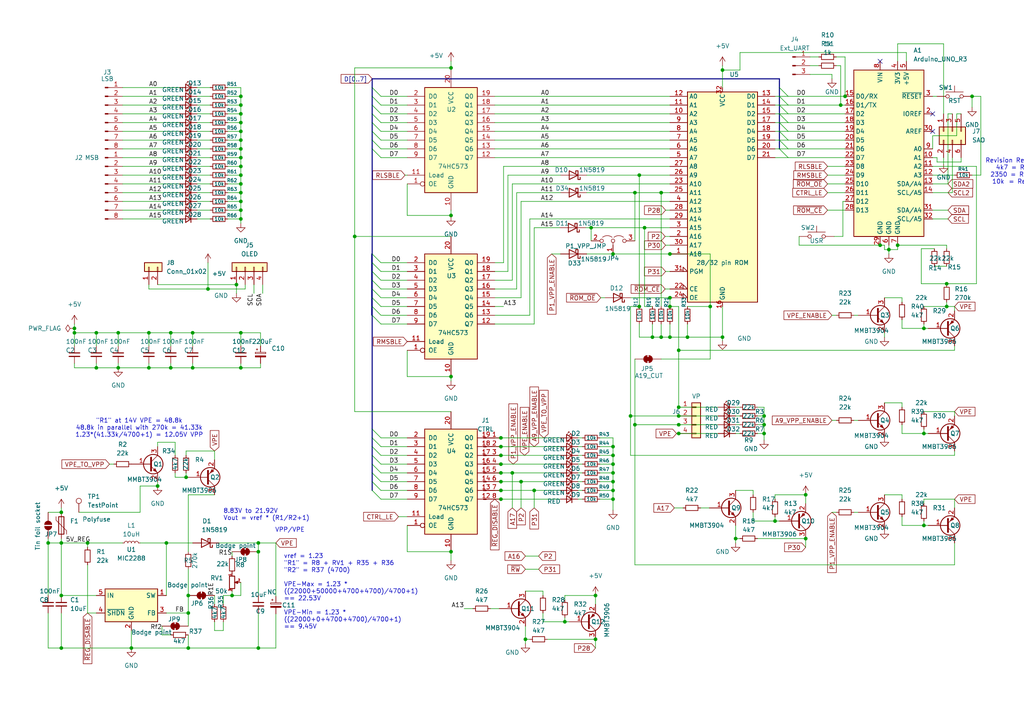
<source format=kicad_sch>
(kicad_sch (version 20231120) (generator "eeschema") (generator_version "8.0")
  (paper "A4")
  (title_block (title "Relatively Universal ROM Programmer") (rev "2.3") (company "Anders Nielsen") (comment 1 "https://abnielsen.com") (comment 2 "\"Insert some open permissive hardware license here\""))
  (junction (at 69.85 45.72))
  (junction (at 196.85 101.6))
  (junction (at 154.94 142.24))
  (junction (at 130.81 160.02))
  (junction (at 69.85 63.5))
  (junction (at 74.93 157.48))
  (junction (at 13.97 157.48))
  (junction (at 185.42 50.8))
  (junction (at 233.68 156.21))
  (junction (at 209.55 97.79))
  (junction (at 69.85 33.02))
  (junction (at 194.31 97.79))
  (junction (at 69.85 58.42))
  (junction (at 267.97 152.4))
  (junction (at 69.85 96.52))
  (junction (at 43.18 106.68))
  (junction (at 69.85 43.18))
  (junction (at 69.85 53.34))
  (junction (at 69.85 106.68))
  (junction (at 34.29 96.52))
  (junction (at 255.27 71.12))
  (junction (at 54.61 177.8))
  (junction (at 177.8 142.24))
  (junction (at 69.85 60.96))
  (junction (at 17.78 157.48))
  (junction (at 182.88 120.65))
  (junction (at 43.18 96.52))
  (junction (at 145.288 142.24))
  (junction (at 69.85 27.94))
  (junction (at 69.85 30.48))
  (junction (at 221.615 125.73))
  (junction (at 274.574 82.296))
  (junction (at 148.59 137.16))
  (junction (at 55.88 106.68))
  (junction (at 69.85 40.64))
  (junction (at 130.81 62.484))
  (junction (at 53.975 138.43))
  (junction (at 177.8 134.62))
  (junction (at 189.23 97.79))
  (junction (at 213.36 156.21))
  (junction (at 172.72 172.72))
  (junction (at 177.8 137.16))
  (junction (at 260.35 71.12))
  (junction (at 48.26 157.48))
  (junction (at 186.944 66.04))
  (junction (at 224.79 151.13))
  (junction (at 196.85 125.73))
  (junction (at 274.574 88.9))
  (junction (at 69.85 50.8))
  (junction (at 74.93 160.02))
  (junction (at 25.4 157.48))
  (junction (at 171.45 66.04))
  (junction (at 172.72 185.42))
  (junction (at 54.61 172.72))
  (junction (at 184.15 123.19))
  (junction (at 74.93 187.96))
  (junction (at 177.8 73.66))
  (junction (at 145.288 137.16))
  (junction (at 49.53 96.52))
  (junction (at 17.78 187.96))
  (junction (at 68.58 82.55))
  (junction (at 267.97 125.73))
  (junction (at 281.94 27.94))
  (junction (at 221.615 120.65))
  (junction (at 27.94 106.68))
  (junction (at 194.31 86.36))
  (junction (at 21.59 95.25))
  (junction (at 145.288 139.7))
  (junction (at 185.42 88.9))
  (junction (at 67.31 172.72))
  (junction (at 245.11 27.94))
  (junction (at 163.83 180.34))
  (junction (at 257.81 72.39))
  (junction (at 191.77 55.88))
  (junction (at 209.55 20.32))
  (junction (at 49.53 106.68))
  (junction (at 233.68 143.51))
  (junction (at 191.77 97.79))
  (junction (at 27.94 96.52))
  (junction (at 145.288 144.78))
  (junction (at 21.59 96.52))
  (junction (at 69.85 48.26))
  (junction (at 34.29 106.68))
  (junction (at 145.288 129.54))
  (junction (at 194.31 88.9))
  (junction (at 102.87 68.58))
  (junction (at 243.84 30.48))
  (junction (at 177.8 144.78))
  (junction (at 152.4 185.42))
  (junction (at 69.85 55.88))
  (junction (at 196.85 123.19))
  (junction (at 55.88 96.52))
  (junction (at 267.97 95.25))
  (junction (at 177.8 139.7))
  (junction (at 177.8 132.08))
  (junction (at 145.288 127))
  (junction (at 194.31 73.66))
  (junction (at 145.288 132.08))
  (junction (at 45.72 140.97))
  (junction (at 151.13 139.7))
  (junction (at 205.994 88.9))
  (junction (at 184.15 55.88))
  (junction (at 196.85 120.65))
  (junction (at 221.615 123.19))
  (junction (at 145.288 134.62))
  (junction (at 60.325 83.82))
  (junction (at 69.85 38.1))
  (junction (at 177.8 129.54))
  (junction (at 54.61 187.96))
  (junction (at 196.85 118.11))
  (junction (at 130.81 109.22))
  (junction (at 17.78 172.72))
  (junction (at 130.81 19.685))
  (junction (at 199.39 97.79))
  (junction (at 69.85 35.56))
  (junction (at 17.78 148.59))
  (junction (at 38.1 187.96))
  (no_connect (at 255.27 17.78))
  (no_connect (at 270.51 33.02))
  (no_connect (at 270.51 38.1))
  (bus_entry (at 110.49 139.7) (size -2.54 -2.54))
  (bus_entry (at 228.6 38.1) (size -2.54 -2.54))
  (bus_entry (at 110.49 144.78) (size -2.54 -2.54))
  (bus_entry (at 110.49 76.2) (size -2.54 -2.54))
  (bus_entry (at 110.49 134.62) (size -2.54 -2.54))
  (bus_entry (at 110.49 137.16) (size -2.54 -2.54))
  (bus_entry (at 228.6 27.94) (size -2.54 -2.54))
  (bus_entry (at 110.49 43.18) (size -2.54 -2.54))
  (bus_entry (at 110.49 40.64) (size -2.54 -2.54))
  (bus_entry (at 110.49 127) (size -2.54 -2.54))
  (bus_entry (at 228.6 35.56) (size -2.54 -2.54))
  (bus_entry (at 110.49 86.36) (size -2.54 -2.54))
  (bus_entry (at 228.6 45.72) (size -2.54 -2.54))
  (bus_entry (at 228.6 30.48) (size -2.54 -2.54))
  (bus_entry (at 110.49 81.28) (size -2.54 -2.54))
  (bus_entry (at 110.49 91.44) (size -2.54 -2.54))
  (bus_entry (at 110.49 93.98) (size -2.54 -2.54))
  (bus_entry (at 110.49 83.82) (size -2.54 -2.54))
  (bus_entry (at 110.49 45.72) (size -2.54 -2.54))
  (bus_entry (at 110.49 27.94) (size -2.54 -2.54))
  (bus_entry (at 110.49 38.1) (size -2.54 -2.54))
  (bus_entry (at 110.49 78.74) (size -2.54 -2.54))
  (bus_entry (at 110.49 142.24) (size -2.54 -2.54))
  (bus_entry (at 228.6 33.02) (size -2.54 -2.54))
  (bus_entry (at 228.6 43.18) (size -2.54 -2.54))
  (bus_entry (at 110.49 132.08) (size -2.54 -2.54))
  (bus_entry (at 228.6 40.64) (size -2.54 -2.54))
  (bus_entry (at 110.49 30.48) (size -2.54 -2.54))
  (bus_entry (at 110.49 129.54) (size -2.54 -2.54))
  (bus_entry (at 110.49 88.9) (size -2.54 -2.54))
  (bus_entry (at 110.49 33.02) (size -2.54 -2.54))
  (bus_entry (at 110.49 35.56) (size -2.54 -2.54))
  (wire (pts (xy 143.51 86.36) (xy 151.13 86.36)))
  (wire (pts (xy 57.15 55.88) (xy 60.96 55.88)))
  (wire (pts (xy 152.4 181.61) (xy 152.4 185.42)))
  (wire (pts (xy 74.93 187.96) (xy 80.01 187.96)))
  (wire (pts (xy 174.244 86.36) (xy 175.387 86.36)))
  (wire (pts (xy 226.06 30.48) (xy 228.6 30.48)))
  (wire (pts (xy 145.288 139.7) (xy 151.13 139.7)))
  (wire (pts (xy 66.04 43.18) (xy 69.85 43.18)))
  (wire (pts (xy 130.81 160.02) (xy 130.81 162.56)))
  (wire (pts (xy 13.97 177.8) (xy 13.97 187.96)))
  (wire (pts (xy 143.51 40.64) (xy 194.31 40.64)))
  (wire (pts (xy 146.05 48.26) (xy 194.31 48.26)))
  (wire (pts (xy 35.56 43.18) (xy 52.07 43.18)))
  (wire (pts (xy 228.6 30.48) (xy 243.84 30.48)))
  (bus (pts (xy 107.95 88.9) (xy 107.95 86.36)))
  (wire (pts (xy 69.85 60.96) (xy 69.85 63.5)))
  (wire (pts (xy 221.615 123.19) (xy 221.615 125.73)))
  (wire (pts (xy 49.53 96.52) (xy 55.88 96.52)))
  (wire (pts (xy 184.15 163.83) (xy 276.86 163.83)))
  (wire (pts (xy 110.49 81.28) (xy 118.11 81.28)))
  (wire (pts (xy 167.64 132.08) (xy 168.91 132.08)))
  (wire (pts (xy 69.85 63.5) (xy 69.85 64.77)))
  (wire (pts (xy 40.64 157.48) (xy 48.26 157.48)))
  (wire (pts (xy 13.97 156.21) (xy 13.97 157.48)))
  (wire (pts (xy 177.8 73.66) (xy 194.31 73.66)))
  (wire (pts (xy 17.78 156.21) (xy 17.78 157.48)))
  (wire (pts (xy 134.62 176.53) (xy 137.16 176.53)))
  (wire (pts (xy 177.8 134.62) (xy 177.8 137.16)))
  (wire (pts (xy 226.06 27.94) (xy 228.6 27.94)))
  (bus (pts (xy 107.95 78.74) (xy 107.95 76.2)))
  (wire (pts (xy 274.955 33.02) (xy 276.225 33.02)))
  (wire (pts (xy 21.59 96.52) (xy 27.94 96.52)))
  (wire (pts (xy 214.63 20.32) (xy 214.63 15.24)))
  (wire (pts (xy 241.3 21.59) (xy 241.3 22.86)))
  (wire (pts (xy 25.4 157.48) (xy 25.4 158.75)))
  (bus (pts (xy 226.06 25.4) (xy 226.06 22.86)))
  (wire (pts (xy 173.99 137.16) (xy 177.8 137.16)))
  (bus (pts (xy 107.95 127) (xy 107.95 124.46)))
  (wire (pts (xy 110.49 134.62) (xy 118.11 134.62)))
  (wire (pts (xy 267.97 93.98) (xy 267.97 95.25)))
  (wire (pts (xy 130.81 19.685) (xy 130.81 20.32)))
  (wire (pts (xy 22.86 148.59) (xy 40.64 148.59)))
  (wire (pts (xy 64.77 172.72) (xy 67.31 172.72)))
  (wire (pts (xy 115.57 149.86) (xy 118.11 149.86)))
  (wire (pts (xy 69.85 33.02) (xy 69.85 35.56)))
  (wire (pts (xy 261.62 95.25) (xy 267.97 95.25)))
  (wire (pts (xy 110.49 27.94) (xy 118.11 27.94)))
  (wire (pts (xy 152.4 185.42) (xy 152.4 186.69)))
  (wire (pts (xy 57.15 43.18) (xy 60.96 43.18)))
  (wire (pts (xy 118.11 62.484) (xy 130.81 62.484)))
  (wire (pts (xy 73.66 82.55) (xy 73.66 85.09)))
  (wire (pts (xy 172.72 172.72) (xy 163.83 172.72)))
  (wire (pts (xy 145.288 144.78) (xy 162.56 144.78)))
  (wire (pts (xy 213.36 118.11) (xy 214.63 118.11)))
  (wire (pts (xy 110.49 93.98) (xy 118.11 93.98)))
  (wire (pts (xy 35.56 30.48) (xy 52.07 30.48)))
  (wire (pts (xy 196.85 88.9) (xy 196.85 101.6)))
  (wire (pts (xy 154.94 142.24) (xy 154.94 147.32)))
  (wire (pts (xy 146.05 76.2) (xy 143.51 76.2)))
  (wire (pts (xy 234.95 19.05) (xy 237.49 19.05)))
  (wire (pts (xy 57.15 45.72) (xy 60.96 45.72)))
  (wire (pts (xy 182.88 120.65) (xy 196.85 120.65)))
  (wire (pts (xy 110.49 91.44) (xy 118.11 91.44)))
  (wire (pts (xy 213.36 156.21) (xy 213.36 157.48)))
  (bus (pts (xy 107.95 91.44) (xy 107.95 124.46)))
  (wire (pts (xy 157.48 180.34) (xy 163.83 180.34)))
  (wire (pts (xy 242.57 16.51) (xy 245.11 16.51)))
  (wire (pts (xy 158.75 185.42) (xy 172.72 185.42)))
  (wire (pts (xy 267.97 152.4) (xy 269.24 152.4)))
  (wire (pts (xy 271.018 77.216) (xy 274.574 77.216)))
  (wire (pts (xy 45.72 139.7) (xy 45.72 140.97)))
  (wire (pts (xy 226.06 38.1) (xy 228.6 38.1)))
  (wire (pts (xy 213.36 156.21) (xy 214.63 156.21)))
  (wire (pts (xy 177.8 144.78) (xy 177.8 147.955)))
  (wire (pts (xy 17.78 172.72) (xy 27.94 172.72)))
  (wire (pts (xy 261.62 86.36) (xy 256.54 86.36)))
  (wire (pts (xy 21.59 93.98) (xy 21.59 95.25)))
  (wire (pts (xy 170.18 50.8) (xy 185.42 50.8)))
  (wire (pts (xy 209.55 98.806) (xy 209.55 97.79)))
  (wire (pts (xy 43.18 83.82) (xy 60.325 83.82)))
  (wire (pts (xy 267.208 72.136) (xy 267.208 82.296)))
  (wire (pts (xy 80.01 178.054) (xy 80.01 187.96)))
  (wire (pts (xy 274.574 82.296) (xy 274.574 82.55)))
  (wire (pts (xy 228.6 43.18) (xy 245.11 43.18)))
  (wire (pts (xy 67.31 171.45) (xy 67.31 172.72)))
  (wire (pts (xy 143.51 139.7) (xy 145.288 139.7)))
  (wire (pts (xy 157.48 177.8) (xy 157.48 180.34)))
  (wire (pts (xy 145.288 127) (xy 162.56 127)))
  (bus (pts (xy 107.95 137.16) (xy 107.95 134.62)))
  (wire (pts (xy 149.86 83.82) (xy 149.86 55.88)))
  (wire (pts (xy 224.79 40.64) (xy 226.06 40.64)))
  (bus (pts (xy 107.95 73.66) (xy 107.95 43.18)))
  (wire (pts (xy 157.48 171.45) (xy 152.4 171.45)))
  (wire (pts (xy 110.49 139.7) (xy 118.11 139.7)))
  (wire (pts (xy 130.81 60.96) (xy 130.81 62.484)))
  (wire (pts (xy 240.03 55.88) (xy 245.11 55.88)))
  (wire (pts (xy 276.225 45.72) (xy 276.225 55.88)))
  (wire (pts (xy 50.8 128.27) (xy 45.72 128.27)))
  (wire (pts (xy 118.11 109.22) (xy 130.81 109.22)))
  (wire (pts (xy 261.62 143.51) (xy 256.54 143.51)))
  (wire (pts (xy 182.88 132.08) (xy 276.86 132.08)))
  (wire (pts (xy 224.79 149.86) (xy 224.79 151.13)))
  (wire (pts (xy 35.56 25.4) (xy 52.07 25.4)))
  (wire (pts (xy 74.93 157.48) (xy 80.01 157.48)))
  (wire (pts (xy 110.49 38.1) (xy 118.11 38.1)))
  (wire (pts (xy 66.04 55.88) (xy 69.85 55.88)))
  (wire (pts (xy 276.86 157.48) (xy 276.86 163.83)))
  (wire (pts (xy 21.59 95.25) (xy 21.59 96.52)))
  (wire (pts (xy 57.15 25.4) (xy 60.96 25.4)))
  (wire (pts (xy 21.59 106.68) (xy 27.94 106.68)))
  (wire (pts (xy 57.15 63.5) (xy 60.96 63.5)))
  (bus (pts (xy 107.95 129.54) (xy 107.95 127)))
  (wire (pts (xy 247.65 121.92) (xy 248.92 121.92)))
  (wire (pts (xy 43.18 82.55) (xy 43.18 83.82)))
  (wire (pts (xy 189.23 97.79) (xy 191.77 97.79)))
  (wire (pts (xy 270.51 63.5) (xy 274.955 63.5)))
  (wire (pts (xy 110.49 76.2) (xy 118.11 76.2)))
  (wire (pts (xy 163.83 172.72) (xy 163.83 173.99)))
  (wire (pts (xy 219.71 125.73) (xy 221.615 125.73)))
  (wire (pts (xy 17.78 177.8) (xy 17.78 187.96)))
  (wire (pts (xy 163.83 180.34) (xy 165.1 180.34)))
  (wire (pts (xy 69.85 35.56) (xy 69.85 38.1)))
  (wire (pts (xy 240.03 48.26) (xy 245.11 48.26)))
  (wire (pts (xy 177.8 142.24) (xy 177.8 144.78)))
  (wire (pts (xy 71.12 82.55) (xy 71.12 83.82)))
  (wire (pts (xy 191.77 97.79) (xy 194.31 97.79)))
  (wire (pts (xy 231.775 71.12) (xy 255.27 71.12)))
  (wire (pts (xy 143.51 43.18) (xy 194.31 43.18)))
  (wire (pts (xy 270.51 27.94) (xy 271.78 27.94)))
  (wire (pts (xy 244.475 68.58) (xy 241.935 68.58)))
  (wire (pts (xy 48.26 177.8) (xy 54.61 177.8)))
  (wire (pts (xy 243.84 30.48) (xy 245.11 30.48)))
  (wire (pts (xy 57.15 40.64) (xy 60.96 40.64)))
  (wire (pts (xy 173.99 132.08) (xy 177.8 132.08)))
  (wire (pts (xy 245.11 16.51) (xy 245.11 27.94)))
  (wire (pts (xy 276.86 144.78) (xy 267.97 144.78)))
  (wire (pts (xy 172.72 172.72) (xy 172.72 175.26)))
  (wire (pts (xy 267.208 82.296) (xy 274.574 82.296)))
  (wire (pts (xy 153.67 63.5) (xy 153.67 91.44)))
  (wire (pts (xy 143.51 33.02) (xy 194.31 33.02)))
  (wire (pts (xy 276.86 88.9) (xy 276.86 90.17)))
  (bus (pts (xy 107.95 132.08) (xy 107.95 129.54)))
  (wire (pts (xy 35.56 157.48) (xy 25.4 157.48)))
  (wire (pts (xy 234.95 21.59) (xy 241.3 21.59)))
  (wire (pts (xy 228.6 33.02) (xy 245.11 33.02)))
  (wire (pts (xy 25.4 163.83) (xy 25.4 177.8)))
  (wire (pts (xy 276.86 144.78) (xy 276.86 147.32)))
  (wire (pts (xy 13.97 157.48) (xy 13.97 172.72)))
  (wire (pts (xy 66.04 25.4) (xy 69.85 25.4)))
  (wire (pts (xy 142.24 176.53) (xy 144.78 176.53)))
  (wire (pts (xy 167.64 139.7) (xy 168.91 139.7)))
  (wire (pts (xy 60.325 83.82) (xy 71.12 83.82)))
  (wire (pts (xy 234.95 16.51) (xy 237.49 16.51)))
  (wire (pts (xy 177.8 139.7) (xy 177.8 142.24)))
  (wire (pts (xy 224.79 35.56) (xy 226.06 35.56)))
  (wire (pts (xy 43.18 96.52) (xy 43.18 100.33)))
  (wire (pts (xy 48.26 157.48) (xy 55.88 157.48)))
  (wire (pts (xy 64.77 172.72) (xy 64.77 175.26)))
  (wire (pts (xy 66.04 40.64) (xy 69.85 40.64)))
  (bus (pts (xy 226.06 33.02) (xy 226.06 30.48)))
  (wire (pts (xy 40.64 140.97) (xy 45.72 140.97)))
  (wire (pts (xy 233.68 143.51) (xy 224.79 143.51)))
  (wire (pts (xy 173.99 127) (xy 177.8 127)))
  (bus (pts (xy 107.95 81.28) (xy 107.95 78.74)))
  (wire (pts (xy 74.93 160.02) (xy 74.93 157.48)))
  (wire (pts (xy 130.81 119.38) (xy 102.87 119.38)))
  (wire (pts (xy 199.39 97.79) (xy 199.39 93.98)))
  (wire (pts (xy 55.88 96.52) (xy 55.88 100.33)))
  (wire (pts (xy 218.44 151.13) (xy 224.79 151.13)))
  (wire (pts (xy 270.51 50.8) (xy 276.86 50.8)))
  (wire (pts (xy 218.44 142.24) (xy 218.44 143.51)))
  (wire (pts (xy 218.44 142.24) (xy 213.36 142.24)))
  (wire (pts (xy 21.59 106.68) (xy 21.59 105.41)))
  (wire (pts (xy 143.51 134.62) (xy 145.288 134.62)))
  (wire (pts (xy 35.56 33.02) (xy 52.07 33.02)))
  (wire (pts (xy 233.68 143.51) (xy 233.68 146.05)))
  (bus (pts (xy 107.95 139.7) (xy 107.95 137.16)))
  (wire (pts (xy 145.288 132.08) (xy 162.56 132.08)))
  (bus (pts (xy 107.95 43.18) (xy 107.95 40.64)))
  (wire (pts (xy 145.288 137.16) (xy 148.59 137.16)))
  (wire (pts (xy 46.99 184.15) (xy 49.53 184.15)))
  (wire (pts (xy 49.53 96.52) (xy 49.53 100.33)))
  (wire (pts (xy 34.29 106.68) (xy 43.18 106.68)))
  (wire (pts (xy 276.86 88.9) (xy 274.574 88.9)))
  (bus (pts (xy 107.95 25.4) (xy 107.95 22.86)))
  (wire (pts (xy 177.8 132.08) (xy 177.8 134.62)))
  (wire (pts (xy 276.86 130.81) (xy 276.86 132.08)))
  (wire (pts (xy 17.78 157.48) (xy 17.78 172.72)))
  (wire (pts (xy 110.49 83.82) (xy 118.11 83.82)))
  (wire (pts (xy 193.04 60.96) (xy 194.31 60.96)))
  (wire (pts (xy 66.04 50.8) (xy 69.85 50.8)))
  (wire (pts (xy 221.615 125.73) (xy 221.615 127.635)))
  (wire (pts (xy 63.5 157.48) (xy 74.93 157.48)))
  (wire (pts (xy 69.85 40.64) (xy 69.85 43.18)))
  (wire (pts (xy 110.49 132.08) (xy 118.11 132.08)))
  (wire (pts (xy 270.51 39.37) (xy 277.495 39.37)))
  (wire (pts (xy 221.615 120.65) (xy 221.615 123.19)))
  (wire (pts (xy 277.495 33.02) (xy 278.765 33.02)))
  (wire (pts (xy 274.955 53.34) (xy 274.955 33.02)))
  (wire (pts (xy 153.67 63.5) (xy 194.31 63.5)))
  (wire (pts (xy 35.56 50.8) (xy 52.07 50.8)))
  (wire (pts (xy 50.8 137.16) (xy 50.8 138.43)))
  (wire (pts (xy 74.93 177.8) (xy 74.93 187.96)))
  (wire (pts (xy 273.685 12.7) (xy 273.685 33.02)))
  (wire (pts (xy 226.06 40.64) (xy 228.6 40.64)))
  (wire (pts (xy 35.56 35.56) (xy 52.07 35.56)))
  (wire (pts (xy 261.62 123.19) (xy 261.62 125.73)))
  (wire (pts (xy 194.31 97.79) (xy 194.31 93.98)))
  (wire (pts (xy 54.61 172.72) (xy 54.61 177.8)))
  (wire (pts (xy 35.56 63.5) (xy 52.07 63.5)))
  (wire (pts (xy 17.78 187.96) (xy 38.1 187.96)))
  (wire (pts (xy 185.42 88.9) (xy 182.88 88.9)))
  (wire (pts (xy 147.32 78.74) (xy 147.32 50.8)))
  (wire (pts (xy 167.64 129.54) (xy 168.91 129.54)))
  (bus (pts (xy 107.95 27.94) (xy 107.95 25.4)))
  (wire (pts (xy 145.288 142.24) (xy 154.94 142.24)))
  (wire (pts (xy 185.42 50.8) (xy 194.31 50.8)))
  (wire (pts (xy 284.48 27.94) (xy 281.94 27.94)))
  (wire (pts (xy 49.53 105.41) (xy 49.53 106.68)))
  (wire (pts (xy 170.18 55.88) (xy 184.15 55.88)))
  (wire (pts (xy 261.62 92.71) (xy 261.62 95.25)))
  (wire (pts (xy 80.01 157.48) (xy 80.01 172.974)))
  (wire (pts (xy 143.51 30.48) (xy 194.31 30.48)))
  (wire (pts (xy 43.18 105.41) (xy 43.18 106.68)))
  (wire (pts (xy 267.97 144.78) (xy 267.97 146.05)))
  (wire (pts (xy 226.06 33.02) (xy 228.6 33.02)))
  (wire (pts (xy 196.85 118.11) (xy 208.28 118.11)))
  (bus (pts (xy 107.95 33.02) (xy 107.95 30.48)))
  (wire (pts (xy 69.85 58.42) (xy 69.85 60.96)))
  (wire (pts (xy 143.51 91.44) (xy 153.67 91.44)))
  (wire (pts (xy 45.72 82.55) (xy 68.58 82.55)))
  (wire (pts (xy 209.55 20.32) (xy 214.63 20.32)))
  (wire (pts (xy 186.944 66.04) (xy 186.944 88.9)))
  (wire (pts (xy 35.56 60.96) (xy 52.07 60.96)))
  (wire (pts (xy 262.89 15.24) (xy 262.89 17.78)))
  (wire (pts (xy 189.23 97.79) (xy 189.23 93.98)))
  (bus (pts (xy 107.95 142.24) (xy 107.95 139.7)))
  (wire (pts (xy 31.75 134.62) (xy 33.02 134.62)))
  (wire (pts (xy 182.88 120.65) (xy 182.88 132.08)))
  (wire (pts (xy 143.51 88.9) (xy 146.05 88.9)))
  (wire (pts (xy 195.58 147.32) (xy 198.12 147.32)))
  (wire (pts (xy 209.55 19.05) (xy 209.55 20.32)))
  (wire (pts (xy 274.574 87.63) (xy 274.574 88.9)))
  (wire (pts (xy 226.06 43.18) (xy 228.6 43.18)))
  (wire (pts (xy 148.59 81.28) (xy 148.59 53.34)))
  (wire (pts (xy 62.23 130.81) (xy 53.975 130.81)))
  (wire (pts (xy 102.87 19.685) (xy 102.87 68.58)))
  (wire (pts (xy 57.15 33.02) (xy 60.96 33.02)))
  (wire (pts (xy 257.81 72.39) (xy 257.81 73.66)))
  (wire (pts (xy 62.23 182.88) (xy 64.77 182.88)))
  (wire (pts (xy 69.85 48.26) (xy 69.85 50.8)))
  (bus (pts (xy 226.06 30.48) (xy 226.06 27.94)))
  (wire (pts (xy 184.15 104.14) (xy 184.15 123.19)))
  (wire (pts (xy 69.85 168.91) (xy 69.85 172.72)))
  (wire (pts (xy 43.18 106.68) (xy 49.53 106.68)))
  (wire (pts (xy 69.85 43.18) (xy 69.85 45.72)))
  (wire (pts (xy 67.31 160.02) (xy 67.31 161.29)))
  (wire (pts (xy 256.54 96.52) (xy 256.54 97.79)))
  (wire (pts (xy 67.31 172.72) (xy 69.85 172.72)))
  (wire (pts (xy 169.926 66.04) (xy 171.45 66.04)))
  (wire (pts (xy 143.51 83.82) (xy 149.86 83.82)))
  (wire (pts (xy 241.3 148.59) (xy 242.57 148.59)))
  (wire (pts (xy 66.04 45.72) (xy 69.85 45.72)))
  (wire (pts (xy 110.49 144.78) (xy 118.11 144.78)))
  (wire (pts (xy 110.49 86.36) (xy 118.11 86.36)))
  (wire (pts (xy 193.04 78.74) (xy 194.31 78.74)))
  (wire (pts (xy 148.59 53.34) (xy 194.31 53.34)))
  (wire (pts (xy 69.85 27.94) (xy 69.85 30.48)))
  (wire (pts (xy 184.15 55.88) (xy 191.77 55.88)))
  (wire (pts (xy 261.62 86.36) (xy 261.62 87.63)))
  (wire (pts (xy 57.15 58.42) (xy 60.96 58.42)))
  (wire (pts (xy 57.15 35.56) (xy 60.96 35.56)))
  (wire (pts (xy 57.15 48.26) (xy 60.96 48.26)))
  (wire (pts (xy 110.49 33.02) (xy 118.11 33.02)))
  (wire (pts (xy 148.59 137.16) (xy 148.59 147.32)))
  (wire (pts (xy 247.65 148.59) (xy 248.92 148.59)))
  (wire (pts (xy 270.51 43.18) (xy 270.51 39.37)))
  (wire (pts (xy 183.007 86.36) (xy 194.31 86.36)))
  (bus (pts (xy 107.95 76.2) (xy 107.95 73.66)))
  (wire (pts (xy 57.15 38.1) (xy 60.96 38.1)))
  (wire (pts (xy 35.56 55.88) (xy 52.07 55.88)))
  (wire (pts (xy 38.1 187.96) (xy 38.1 182.88)))
  (wire (pts (xy 260.35 72.39) (xy 260.35 71.12)))
  (wire (pts (xy 118.11 101.6) (xy 118.11 109.22)))
  (wire (pts (xy 214.63 15.24) (xy 262.89 15.24)))
  (wire (pts (xy 130.81 62.484) (xy 130.81 62.865)))
  (wire (pts (xy 76.2 82.55) (xy 76.2 85.09)))
  (wire (pts (xy 110.49 88.9) (xy 118.11 88.9)))
  (wire (pts (xy 66.04 30.48) (xy 69.85 30.48)))
  (wire (pts (xy 233.68 156.21) (xy 233.68 158.75)))
  (wire (pts (xy 257.81 72.39) (xy 260.35 72.39)))
  (wire (pts (xy 273.685 45.72) (xy 273.685 47.625)))
  (wire (pts (xy 219.71 123.19) (xy 221.615 123.19)))
  (wire (pts (xy 224.79 43.18) (xy 226.06 43.18)))
  (wire (pts (xy 75.565 96.52) (xy 69.85 96.52)))
  (wire (pts (xy 27.94 96.52) (xy 27.94 100.33)))
  (wire (pts (xy 284.48 50.8) (xy 284.48 27.94)))
  (wire (pts (xy 148.59 137.16) (xy 162.56 137.16)))
  (wire (pts (xy 154.94 66.04) (xy 162.306 66.04)))
  (wire (pts (xy 270.51 48.26) (xy 283.21 48.26)))
  (wire (pts (xy 27.94 96.52) (xy 34.29 96.52)))
  (wire (pts (xy 143.51 45.72) (xy 194.31 45.72)))
  (wire (pts (xy 110.49 35.56) (xy 118.11 35.56)))
  (wire (pts (xy 151.13 58.42) (xy 194.31 58.42)))
  (wire (pts (xy 267.208 72.136) (xy 271.018 72.136)))
  (wire (pts (xy 118.11 53.34) (xy 118.11 62.484)))
  (wire (pts (xy 38.1 187.96) (xy 54.61 187.96)))
  (wire (pts (xy 271.78 46.99) (xy 271.78 45.72)))
  (wire (pts (xy 143.51 81.28) (xy 148.59 81.28)))
  (wire (pts (xy 57.15 53.34) (xy 60.96 53.34)))
  (wire (pts (xy 110.49 137.16) (xy 118.11 137.16)))
  (wire (pts (xy 69.85 100.33) (xy 69.85 96.52)))
  (wire (pts (xy 17.78 157.48) (xy 25.4 157.48)))
  (wire (pts (xy 118.11 152.4) (xy 118.11 160.02)))
  (wire (pts (xy 278.765 45.72) (xy 278.765 46.99)))
  (wire (pts (xy 27.94 105.41) (xy 27.94 106.68)))
  (wire (pts (xy 27.94 106.68) (xy 34.29 106.68)))
  (wire (pts (xy 149.86 55.88) (xy 162.56 55.88)))
  (wire (pts (xy 57.15 30.48) (xy 60.96 30.48)))
  (wire (pts (xy 261.62 116.84) (xy 261.62 118.11)))
  (wire (pts (xy 173.99 139.7) (xy 177.8 139.7)))
  (wire (pts (xy 152.4 165.1) (xy 156.21 165.1)))
  (wire (pts (xy 196.215 125.73) (xy 196.85 125.73)))
  (wire (pts (xy 60.325 83.82) (xy 60.325 76.2)))
  (wire (pts (xy 54.61 143.51) (xy 54.61 160.02)))
  (wire (pts (xy 110.49 43.18) (xy 118.11 43.18)))
  (wire (pts (xy 243.84 19.05) (xy 243.84 30.48)))
  (wire (pts (xy 182.88 88.9) (xy 182.88 120.65)))
  (wire (pts (xy 66.04 27.94) (xy 69.85 27.94)))
  (wire (pts (xy 177.8 137.16) (xy 177.8 139.7)))
  (wire (pts (xy 118.11 160.02) (xy 130.81 160.02)))
  (wire (pts (xy 64.77 180.34) (xy 64.77 182.88)))
  (wire (pts (xy 66.04 58.42) (xy 69.85 58.42)))
  (wire (pts (xy 224.79 38.1) (xy 226.06 38.1)))
  (wire (pts (xy 160.02 73.66) (xy 162.56 73.66)))
  (wire (pts (xy 274.574 72.136) (xy 274.574 71.12)))
  (wire (pts (xy 13.97 157.48) (xy 17.78 157.48)))
  (wire (pts (xy 256.54 72.39) (xy 257.81 72.39)))
  (wire (pts (xy 213.36 123.19) (xy 214.63 123.19)))
  (wire (pts (xy 151.13 139.7) (xy 151.13 147.32)))
  (wire (pts (xy 55.88 105.41) (xy 55.88 106.68)))
  (wire (pts (xy 274.574 82.296) (xy 283.21 82.296)))
  (bus (pts (xy 107.95 134.62) (xy 107.95 132.08)))
  (wire (pts (xy 69.85 106.68) (xy 69.85 105.41)))
  (wire (pts (xy 143.51 144.78) (xy 145.288 144.78)))
  (wire (pts (xy 54.61 177.8) (xy 54.61 181.61)))
  (wire (pts (xy 25.4 177.8) (xy 27.94 177.8)))
  (wire (pts (xy 130.81 19.685) (xy 130.81 17.78)))
  (wire (pts (xy 218.44 148.59) (xy 218.44 151.13)))
  (bus (pts (xy 226.06 38.1) (xy 226.06 35.56)))
  (wire (pts (xy 50.8 128.27) (xy 50.8 132.08)))
  (wire (pts (xy 68.58 82.55) (xy 68.58 85.09)))
  (wire (pts (xy 66.04 33.02) (xy 69.85 33.02)))
  (wire (pts (xy 34.29 96.52) (xy 43.18 96.52)))
  (wire (pts (xy 241.3 91.44) (xy 242.57 91.44)))
  (wire (pts (xy 231.775 68.58) (xy 231.775 71.12)))
  (wire (pts (xy 261.62 143.51) (xy 261.62 144.78)))
  (wire (pts (xy 240.03 50.8) (xy 245.11 50.8)))
  (wire (pts (xy 53.975 137.16) (xy 53.975 138.43)))
  (wire (pts (xy 276.86 101.6) (xy 276.86 100.33)))
  (wire (pts (xy 186.944 88.9) (xy 189.23 88.9)))
  (wire (pts (xy 209.55 20.32) (xy 209.55 25.4)))
  (wire (pts (xy 35.56 27.94) (xy 52.07 27.94)))
  (wire (pts (xy 147.32 50.8) (xy 162.56 50.8)))
  (wire (pts (xy 35.56 48.26) (xy 52.07 48.26)))
  (wire (pts (xy 213.36 125.73) (xy 214.63 125.73)))
  (wire (pts (xy 21.59 96.52) (xy 21.59 100.33)))
  (wire (pts (xy 261.62 152.4) (xy 267.97 152.4)))
  (wire (pts (xy 143.51 78.74) (xy 147.32 78.74)))
  (wire (pts (xy 191.77 104.14) (xy 205.994 104.14)))
  (bus (pts (xy 107.823 73.66) (xy 107.823 91.44)))
  (wire (pts (xy 154.94 142.24) (xy 162.56 142.24)))
  (wire (pts (xy 13.97 187.96) (xy 17.78 187.96)))
  (wire (pts (xy 261.62 149.86) (xy 261.62 152.4)))
  (wire (pts (xy 271.78 45.72) (xy 270.51 45.72)))
  (bus (pts (xy 107.95 22.86) (xy 226.06 22.86)))
  (wire (pts (xy 69.85 55.88) (xy 69.85 58.42)))
  (wire (pts (xy 69.85 45.72) (xy 69.85 48.26)))
  (wire (pts (xy 203.2 147.32) (xy 205.74 147.32)))
  (wire (pts (xy 270.51 55.88) (xy 276.225 55.88)))
  (wire (pts (xy 163.83 179.07) (xy 163.83 180.34)))
  (wire (pts (xy 143.51 137.16) (xy 145.288 137.16)))
  (wire (pts (xy 57.15 60.96) (xy 60.96 60.96)))
  (wire (pts (xy 110.49 40.64) (xy 118.11 40.64)))
  (bus (pts (xy 107.95 38.1) (xy 107.95 35.56)))
  (wire (pts (xy 143.51 35.56) (xy 194.31 35.56)))
  (wire (pts (xy 240.03 53.34) (xy 245.11 53.34)))
  (wire (pts (xy 117.475 50.8) (xy 118.11 50.8)))
  (wire (pts (xy 189.23 97.79) (xy 185.42 97.79)))
  (wire (pts (xy 110.49 142.24) (xy 118.11 142.24)))
  (wire (pts (xy 260.35 17.78) (xy 260.35 12.7)))
  (wire (pts (xy 185.42 97.79) (xy 185.42 93.98)))
  (wire (pts (xy 69.85 53.34) (xy 69.85 55.88)))
  (wire (pts (xy 177.8 127) (xy 177.8 129.54)))
  (wire (pts (xy 173.99 142.24) (xy 177.8 142.24)))
  (wire (pts (xy 194.31 97.79) (xy 199.39 97.79)))
  (wire (pts (xy 66.04 48.26) (xy 69.85 48.26)))
  (wire (pts (xy 228.6 35.56) (xy 245.11 35.56)))
  (wire (pts (xy 54.61 187.96) (xy 74.93 187.96)))
  (wire (pts (xy 247.65 91.44) (xy 248.92 91.44)))
  (wire (pts (xy 173.99 144.78) (xy 177.8 144.78)))
  (wire (pts (xy 171.45 66.04) (xy 186.944 66.04)))
  (wire (pts (xy 274.574 88.9) (xy 267.97 88.9)))
  (wire (pts (xy 153.67 185.42) (xy 152.4 185.42)))
  (wire (pts (xy 196.85 101.6) (xy 276.86 101.6)))
  (wire (pts (xy 193.04 71.12) (xy 194.31 71.12)))
  (wire (pts (xy 191.77 55.88) (xy 191.77 88.9)))
  (wire (pts (xy 242.57 19.05) (xy 243.84 19.05)))
  (wire (pts (xy 219.71 118.11) (xy 221.615 118.11)))
  (bus (pts (xy 226.06 35.56) (xy 226.06 33.02)))
  (wire (pts (xy 69.85 30.48) (xy 69.85 33.02)))
  (wire (pts (xy 224.79 30.48) (xy 226.06 30.48)))
  (wire (pts (xy 261.62 125.73) (xy 267.97 125.73)))
  (wire (pts (xy 191.77 93.98) (xy 191.77 97.79)))
  (wire (pts (xy 57.15 50.8) (xy 60.96 50.8)))
  (wire (pts (xy 40.64 148.59) (xy 40.64 140.97)))
  (wire (pts (xy 54.61 165.1) (xy 54.61 172.72)))
  (wire (pts (xy 74.93 172.72) (xy 74.93 160.02)))
  (wire (pts (xy 54.61 143.51) (xy 62.23 143.51)))
  (wire (pts (xy 48.26 172.72) (xy 48.26 157.48)))
  (wire (pts (xy 55.88 106.68) (xy 69.85 106.68)))
  (wire (pts (xy 69.85 50.8) (xy 69.85 53.34)))
  (wire (pts (xy 186.944 66.04) (xy 194.31 66.04)))
  (wire (pts (xy 196.85 88.9) (xy 194.31 88.9)))
  (wire (pts (xy 102.87 68.58) (xy 102.87 119.38)))
  (bus (pts (xy 107.95 40.64) (xy 107.95 38.1)))
  (wire (pts (xy 110.49 127) (xy 118.11 127)))
  (wire (pts (xy 143.51 132.08) (xy 145.288 132.08)))
  (wire (pts (xy 53.975 138.43) (xy 54.61 138.43)))
  (wire (pts (xy 54.61 184.15) (xy 54.61 187.96)))
  (wire (pts (xy 69.85 106.68) (xy 75.565 106.68)))
  (wire (pts (xy 228.6 27.94) (xy 245.11 27.94)))
  (wire (pts (xy 194.31 86.36) (xy 194.31 88.9)))
  (wire (pts (xy 75.565 106.68) (xy 75.565 105.41)))
  (bus (pts (xy 107.95 35.56) (xy 107.95 33.02)))
  (wire (pts (xy 151.13 58.42) (xy 151.13 86.36)))
  (wire (pts (xy 224.79 45.72) (xy 228.6 45.72)))
  (wire (pts (xy 172.72 185.42) (xy 172.72 187.96)))
  (wire (pts (xy 167.64 142.24) (xy 168.91 142.24)))
  (wire (pts (xy 69.85 38.1) (xy 69.85 40.64)))
  (wire (pts (xy 171.45 66.04) (xy 171.45 69.85)))
  (wire (pts (xy 274.574 71.12) (xy 260.35 71.12)))
  (wire (pts (xy 177.8 129.54) (xy 177.8 132.08)))
  (wire (pts (xy 191.77 55.88) (xy 194.31 55.88)))
  (wire (pts (xy 276.86 119.38) (xy 267.97 119.38)))
  (wire (pts (xy 224.79 151.13) (xy 226.06 151.13)))
  (wire (pts (xy 221.615 118.11) (xy 221.615 120.65)))
  (wire (pts (xy 257.81 72.39) (xy 257.81 71.12)))
  (wire (pts (xy 277.495 39.37) (xy 277.495 33.02)))
  (wire (pts (xy 110.49 129.54) (xy 118.11 129.54)))
  (wire (pts (xy 213.36 120.65) (xy 214.63 120.65)))
  (wire (pts (xy 278.765 46.99) (xy 271.78 46.99)))
  (wire (pts (xy 185.42 50.8) (xy 185.42 88.9)))
  (wire (pts (xy 62.23 172.72) (xy 62.23 175.26)))
  (wire (pts (xy 66.04 38.1) (xy 69.85 38.1)))
  (wire (pts (xy 192.913 68.58) (xy 194.31 68.58)))
  (wire (pts (xy 35.56 58.42) (xy 52.07 58.42)))
  (wire (pts (xy 66.04 35.56) (xy 69.85 35.56)))
  (wire (pts (xy 53.975 130.81) (xy 53.975 132.08)))
  (wire (pts (xy 224.79 27.94) (xy 226.06 27.94)))
  (bus (pts (xy 107.95 83.82) (xy 107.95 81.28)))
  (wire (pts (xy 224.79 143.51) (xy 224.79 144.78)))
  (wire (pts (xy 75.565 100.33) (xy 75.565 96.52)))
  (wire (pts (xy 219.71 120.65) (xy 221.615 120.65)))
  (wire (pts (xy 192.913 83.82) (xy 194.31 83.82)))
  (wire (pts (xy 184.15 55.88) (xy 184.15 69.85)))
  (wire (pts (xy 199.39 88.9) (xy 205.994 88.9)))
  (wire (pts (xy 196.85 101.6) (xy 196.85 118.11)))
  (wire (pts (xy 205.994 88.9) (xy 205.994 73.66)))
  (wire (pts (xy 50.8 138.43) (xy 53.975 138.43)))
  (wire (pts (xy 267.97 151.13) (xy 267.97 152.4)))
  (wire (pts (xy 167.64 127) (xy 168.91 127)))
  (wire (pts (xy 270.51 60.96) (xy 274.955 60.96)))
  (wire (pts (xy 143.51 93.98) (xy 154.94 93.98)))
  (wire (pts (xy 184.15 123.19) (xy 184.15 163.83)))
  (bus (pts (xy 226.06 40.64) (xy 226.06 38.1)))
  (wire (pts (xy 34.29 105.41) (xy 34.29 106.68)))
  (wire (pts (xy 199.39 97.79) (xy 209.55 97.79)))
  (wire (pts (xy 173.99 129.54) (xy 177.8 129.54)))
  (wire (pts (xy 151.13 139.7) (xy 162.56 139.7)))
  (wire (pts (xy 157.48 171.45) (xy 157.48 172.72)))
  (wire (pts (xy 130.81 109.22) (xy 130.81 110.49)))
  (wire (pts (xy 17.78 147.32) (xy 17.78 148.59)))
  (wire (pts (xy 145.288 134.62) (xy 162.56 134.62)))
  (wire (pts (xy 228.6 40.64) (xy 245.11 40.64)))
  (wire (pts (xy 102.87 68.58) (xy 130.81 68.58)))
  (wire (pts (xy 281.94 27.94) (xy 281.94 31.115)))
  (wire (pts (xy 224.79 33.02) (xy 226.06 33.02)))
  (wire (pts (xy 261.62 116.84) (xy 256.54 116.84)))
  (wire (pts (xy 49.53 106.68) (xy 55.88 106.68)))
  (wire (pts (xy 167.64 144.78) (xy 168.91 144.78)))
  (wire (pts (xy 45.72 128.27) (xy 45.72 129.54)))
  (wire (pts (xy 167.64 134.62) (xy 168.91 134.62)))
  (wire (pts (xy 196.85 123.19) (xy 208.28 123.19)))
  (wire (pts (xy 143.51 129.54) (xy 145.288 129.54)))
  (wire (pts (xy 267.97 124.46) (xy 267.97 125.73)))
  (wire (pts (xy 35.56 45.72) (xy 52.07 45.72)))
  (wire (pts (xy 69.85 25.4) (xy 69.85 27.94)))
  (wire (pts (xy 110.49 78.74) (xy 118.11 78.74)))
  (wire (pts (xy 146.05 76.2) (xy 146.05 48.26)))
  (wire (pts (xy 196.85 120.65) (xy 208.28 120.65)))
  (wire (pts (xy 267.97 125.73) (xy 269.24 125.73)))
  (wire (pts (xy 170.18 73.66) (xy 177.8 73.66)))
  (wire (pts (xy 154.94 93.98) (xy 154.94 66.04)))
  (wire (pts (xy 13.97 148.59) (xy 17.78 148.59)))
  (wire (pts (xy 283.21 82.296) (xy 283.21 48.26)))
  (wire (pts (xy 228.6 38.1) (xy 245.11 38.1)))
  (wire (pts (xy 267.97 95.25) (xy 269.24 95.25)))
  (wire (pts (xy 110.49 30.48) (xy 118.11 30.48)))
  (wire (pts (xy 152.4 161.29) (xy 156.21 161.29)))
  (bus (pts (xy 107.95 30.48) (xy 107.95 27.94)))
  (bus (pts (xy 226.06 43.18) (xy 226.06 40.64)))
  (wire (pts (xy 205.994 104.14) (xy 205.994 88.9)))
  (wire (pts (xy 66.04 53.34) (xy 69.85 53.34)))
  (bus (pts (xy 107.95 88.9) (xy 107.95 91.44)))
  (wire (pts (xy 173.99 134.62) (xy 177.8 134.62)))
  (wire (pts (xy 219.71 156.21) (xy 233.68 156.21)))
  (wire (pts (xy 245.11 58.42) (xy 244.475 58.42)))
  (wire (pts (xy 196.85 125.73) (xy 208.28 125.73)))
  (wire (pts (xy 145.288 129.54) (xy 162.56 129.54)))
  (wire (pts (xy 66.04 63.5) (xy 69.85 63.5)))
  (wire (pts (xy 62.23 180.34) (xy 62.23 182.88)))
  (wire (pts (xy 276.86 119.38) (xy 276.86 120.65)))
  (wire (pts (xy 35.56 40.64) (xy 52.07 40.64)))
  (wire (pts (xy 35.56 53.34) (xy 52.07 53.34)))
  (wire (pts (xy 143.51 142.24) (xy 145.288 142.24)))
  (wire (pts (xy 167.64 137.16) (xy 168.91 137.16)))
  (wire (pts (xy 66.04 60.96) (xy 69.85 60.96)))
  (wire (pts (xy 256.54 72.39) (xy 256.54 71.12)))
  (wire (pts (xy 244.475 58.42) (xy 244.475 68.58)))
  (wire (pts (xy 143.51 38.1) (xy 194.31 38.1)))
  (wire (pts (xy 184.15 123.19) (xy 196.85 123.19)))
  (wire (pts (xy 62.23 130.81) (xy 62.23 133.35)))
  (wire (pts (xy 46.99 181.61) (xy 46.99 184.15)))
  (wire (pts (xy 35.56 38.1) (xy 52.07 38.1)))
  (wire (pts (xy 43.18 96.52) (xy 49.53 96.52)))
  (wire (pts (xy 57.15 27.94) (xy 60.96 27.94)))
  (wire (pts (xy 228.6 45.72) (xy 245.11 45.72)))
  (bus (pts (xy 226.06 27.94) (xy 226.06 25.4)))
  (wire (pts (xy 241.3 121.92) (xy 242.57 121.92)))
  (wire (pts (xy 102.87 19.685) (xy 130.81 19.685)))
  (wire (pts (xy 226.06 35.56) (xy 228.6 35.56)))
  (wire (pts (xy 110.49 45.72) (xy 118.11 45.72)))
  (wire (pts (xy 143.51 127) (xy 145.288 127)))
  (wire (pts (xy 34.29 96.52) (xy 34.29 100.33)))
  (wire (pts (xy 260.35 12.7) (xy 273.685 12.7)))
  (wire (pts (xy 213.36 152.4) (xy 213.36 156.21)))
  (bus (pts (xy 107.95 86.36) (xy 107.95 83.82)))
  (wire (pts (xy 281.94 50.8) (xy 284.48 50.8)))
  (wire (pts (xy 256.54 71.12) (xy 255.27 71.12)))
  (wire (pts (xy 143.51 27.94) (xy 194.31 27.94)))
  (wire (pts (xy 209.55 88.9) (xy 209.55 97.79)))
  (wire (pts (xy 240.03 60.96) (xy 245.11 60.96)))
  (wire (pts (xy 270.51 53.34) (xy 274.955 53.34)))
  (wire (pts (xy 55.88 96.52) (xy 69.85 96.52)))
  (wire (pts (xy 194.31 73.66) (xy 205.994 73.66)))
  (text "vref = 1.23\n\"R1\" = R8 + RV1 + R35 + R36 \n\"R2\" = R37 (4700)\n\nVPE-Max = 1.23 * \n((22000+50000+4700+4700)/4700+1) \n== 22.53V\n\nVPE-Min = 1.23 * \n((22000+0+4700+4700)/4700+1) \n== 9.45V\n" (at 82.296 182.626 0) (effects (font (size 1.27 1.27)) (justify left bottom)))
  (text "8.83V to 21.92V \nVout = vref * (R1/R2+1)" (at 64.77 151.13 0) (effects (font (size 1.27 1.27)) (justify left bottom)))
  (text "\"R1\" at 14V VPE = 48.8k\n48.8k in parallel with 270k = 41.33k\n1.23*(41.33k/4700+1) = 12.05V VPP" (at 40.386 124.206 0) (effects (font (size 1.27 1.27))))
  (text "VPP/VPE" (at 79.756 154.559 0) (effects (font (size 1.27 1.27)) (justify left bottom)))
  (text "Revision Resistors\n4k7 = Rev2\n2350 = Rev2.1\n10k	= Rev2.2" (at 294.64 49.784 0) (effects (font (size 1.27 1.27))))
  (label "D3" (at 115.57 134.62 180))
  (label "D1" (at 115.57 30.48 180))
  (label "A6" (at 43.18 40.64 0))
  (label "A2" (at 156.845 33.02 0))
  (label "A9" (at 156.8114 50.8 0))
  (label "D1" (at 116.205 78.74 180))
  (label "SCL" (at 73.66 85.09 270))
  (label "A8" (at 43.18 45.72 0))
  (label "R1S" (at 67.31 161.29 180))
  (label "A8" (at 156.8114 48.26 0))
  (label "D7" (at 116.205 93.98 180))
  (label "D3" (at 233.68 35.56 180))
  (label "A14" (at 156.8114 63.5 0))
  (label "A5" (at 43.18 38.1 0))
  (label "A6" (at 156.8114 43.18 0))
  (label "A11" (at 156.8114 55.88 0))
  (label "A3" (at 43.18 33.02 0))
  (label "FB" (at 50.8 177.8 0))
  (label "A13" (at 146.05 88.9 0))
  (label "A1" (at 43.18 27.94 0))
  (label "A3" (at 156.845 35.56 0))
  (label "SDA" (at 76.2 85.09 270))
  (label "5V_REG" (at 19.05 157.48 0))
  (label "D2" (at 233.68 33.02 180))
  (label "D7" (at 233.68 45.72 180))
  (label "D4" (at 115.57 137.16 180))
  (label "D4" (at 115.57 38.1 180))
  (label "A7" (at 156.8114 45.72 0))
  (label "A2" (at 43.18 30.48 0))
  (label "A9" (at 43.18 48.26 0))
  (label "D5" (at 115.57 40.64 180))
  (label "D1" (at 233.68 30.48 180))
  (label "D0" (at 116.205 76.2 180))
  (label "A5" (at 156.8114 40.64 0))
  (label "D0" (at 115.57 27.94 180))
  (label "A11" (at 43.18 53.34 0))
  (label "Rf2" (at 46.99 182.88 180))
  (label "D7" (at 115.57 45.72 180))
  (label "D6" (at 233.68 43.18 180))
  (label "A12" (at 156.8114 58.42 0))
  (label "D5" (at 115.57 139.7 180))
  (label "D7" (at 115.57 144.78 180))
  (label "D2" (at 115.57 33.02 180))
  (label "A4" (at 156.845 38.1 0))
  (label "D3" (at 115.57 35.56 180))
  (label "A10" (at 156.8114 53.34 0))
  (label "D6" (at 115.57 43.18 180))
  (label "D5" (at 116.205 88.9 180))
  (label "A1" (at 156.845 30.48 0))
  (label "A7" (at 43.18 43.18 0))
  (label "A15" (at 43.18 63.5 0))
  (label "A15" (at 156.8114 66.04 0))
  (label "D2" (at 116.205 81.28 180))
  (label "D3" (at 116.205 83.82 180))
  (label "A0" (at 43.18 25.4 0))
  (label "D6" (at 116.205 91.44 180))
  (label "A4" (at 43.18 35.56 0))
  (label "D2" (at 115.57 132.08 180))
  (label "A12" (at 43.18 55.88 0))
  (label "A0" (at 156.845 27.94 0))
  (label "D1" (at 115.57 129.54 180))
  (label "D0" (at 115.57 127 180))
  (label "D4" (at 116.205 86.36 180))
  (label "D5" (at 233.68 40.64 180))
  (label "A13" (at 134.62 176.53 180))
  (label "A14" (at 43.18 60.96 0))
  (label "D0" (at 233.68 27.94 180))
  (label "R1E" (at 62.23 172.72 90))
  (label "D6" (at 115.57 142.24 180))
  (label "D4" (at 233.68 38.1 180))
  (label "A13" (at 43.18 58.42 0))
  (label "A10" (at 43.18 50.8 0))
  (global_label "P1_VPP_ENABLE" (shape input) (at 148.844 134.62 90) (property "Intersheetrefs" "${INTERSHEET_REFS}" (effects (hide yes))))
  (global_label "VPE_TO_VPP" (shape input) (at 31.75 134.62 180) (property "Intersheetrefs" "${INTERSHEET_REFS}" (effects (hide yes))))
  (global_label "A9_VPP_ENABLE" (shape input) (at 154.94 129.54 90) (property "Intersheetrefs" "${INTERSHEET_REFS}" (effects (hide yes))))
  (global_label "VPE" (shape input) (at 62.23 130.81 90) (property "Intersheetrefs" "${INTERSHEET_REFS}" (effects (hide yes))))
  (global_label "P31" (shape input) (at 154.94 147.32 270) (property "Intersheetrefs" "${INTERSHEET_REFS}" (effects (hide yes))))
  (global_label "VPE" (shape input) (at 276.86 119.38 0) (property "Intersheetrefs" "${INTERSHEET_REFS}" (effects (hide yes))))
  (global_label "P31" (shape input) (at 156.21 165.1 0) (property "Intersheetrefs" "${INTERSHEET_REFS}" (effects (hide yes))))
  (global_label "P2" (shape input) (at 192.913 68.58 180) (property "Intersheetrefs" "${INTERSHEET_REFS}" (effects (hide yes))))
  (global_label "A9_VPP_ENABLE" (shape input) (at 241.3 121.92 180) (property "Intersheetrefs" "${INTERSHEET_REFS}" (effects (hide yes))))
  (global_label "SDA" (shape input) (at 274.955 60.96 0) (property "Intersheetrefs" "${INTERSHEET_REFS}" (effects (hide yes))))
  (global_label "~{ROM_CE}" (shape input) (at 240.03 60.96 180) (property "Intersheetrefs" "${INTERSHEET_REFS}" (effects (hide yes))))
  (global_label "~{ROM_OE}" (shape input) (at 174.244 86.36 180) (property "Intersheetrefs" "${INTERSHEET_REFS}" (effects (hide yes))))
  (global_label "P2" (shape input) (at 151.13 147.32 270) (property "Intersheetrefs" "${INTERSHEET_REFS}" (effects (hide yes))))
  (global_label "A17" (shape input) (at 148.59 147.32 270) (property "Intersheetrefs" "${INTERSHEET_REFS}" (effects (hide yes))))
  (global_label "~{ROM_OE}" (shape input) (at 240.03 53.34 180) (property "Intersheetrefs" "${INTERSHEET_REFS}" (effects (hide yes))))
  (global_label "VPE" (shape input) (at 276.86 88.9 0) (property "Intersheetrefs" "${INTERSHEET_REFS}" (effects (hide yes))))
  (global_label "P28" (shape input) (at 193.04 60.96 180) (property "Intersheetrefs" "${INTERSHEET_REFS}" (effects (hide yes))))
  (global_label "SCL2" (shape input) (at 274.955 55.88 0) (property "Intersheetrefs" "${INTERSHEET_REFS}" (effects (hide yes))))
  (global_label "RLSBLE" (shape input) (at 240.03 48.26 180) (property "Intersheetrefs" "${INTERSHEET_REFS}" (effects (hide yes))))
  (global_label "P30" (shape input) (at 233.68 158.75 180) (property "Intersheetrefs" "${INTERSHEET_REFS}" (effects (hide yes))))
  (global_label "VPE" (shape input) (at 276.86 144.78 0) (property "Intersheetrefs" "${INTERSHEET_REFS}" (effects (hide yes))))
  (global_label "A17" (shape input) (at 195.58 147.32 180) (property "Intersheetrefs" "${INTERSHEET_REFS}" (effects (hide yes))))
  (global_label "~{REG_DISABLE}" (shape input) (at 143.51 144.78 270) (property "Intersheetrefs" "${INTERSHEET_REFS}" (effects (hide yes))))
  (global_label "~{ROM_CE}" (shape input) (at 192.913 83.82 180) (property "Intersheetrefs" "${INTERSHEET_REFS}" (effects (hide yes))))
  (global_label "VPE_ENABLE" (shape input) (at 241.3 91.44 180) (property "Intersheetrefs" "${INTERSHEET_REFS}" (effects (hide yes))))
  (global_label "RLSBLE" (shape input) (at 117.475 50.8 180) (property "Intersheetrefs" "${INTERSHEET_REFS}" (effects (hide yes))))
  (global_label "P28" (shape input) (at 172.72 187.96 180) (property "Intersheetrefs" "${INTERSHEET_REFS}" (effects (hide yes))))
  (global_label "CTRL_LE" (shape input) (at 240.03 55.88 180) (property "Intersheetrefs" "${INTERSHEET_REFS}" (effects (hide yes))))
  (global_label "SCL" (shape input) (at 274.955 63.5 0) (property "Intersheetrefs" "${INTERSHEET_REFS}" (effects (hide yes))))
  (global_label "~{RW}" (shape input) (at 152.4 165.1 180) (property "Intersheetrefs" "${INTERSHEET_REFS}" (effects (hide yes))))
  (global_label "D[0..7]" (shape input) (at 107.95 22.86 180) (property "Intersheetrefs" "${INTERSHEET_REFS}" (effects (hide yes))))
  (global_label "P2" (shape input) (at 156.21 161.29 0) (property "Intersheetrefs" "${INTERSHEET_REFS}" (effects (hide yes))))
  (global_label "P31" (shape input) (at 193.04 78.74 180) (property "Intersheetrefs" "${INTERSHEET_REFS}" (effects (hide yes))))
  (global_label "CTRL_LE" (shape input) (at 115.57 149.86 180) (property "Intersheetrefs" "${INTERSHEET_REFS}" (effects (hide yes))))
  (global_label "P30" (shape input) (at 193.04 71.12 180) (property "Intersheetrefs" "${INTERSHEET_REFS}" (effects (hide yes))))
  (global_label "~{REG_DISABLE}" (shape input) (at 25.4 177.8 270) (property "Intersheetrefs" "${INTERSHEET_REFS}" (effects (hide yes))))
  (global_label "VPE_TO_VPP" (shape input) (at 157.734 127 90) (property "Intersheetrefs" "${INTERSHEET_REFS}" (effects (hide yes))))
  (global_label "VPE_ENABLE" (shape input) (at 152.146 132.08 90) (property "Intersheetrefs" "${INTERSHEET_REFS}" (effects (hide yes))))
  (global_label "RMSBLE" (shape input) (at 240.03 50.8 180) (property "Intersheetrefs" "${INTERSHEET_REFS}" (effects (hide yes))))
  (global_label "VPE" (shape input) (at 80.01 157.48 0) (property "Intersheetrefs" "${INTERSHEET_REFS}" (effects (hide yes))))
  (global_label "P1_VPP_ENABLE" (shape input) (at 160.02 73.66 270) (property "Intersheetrefs" "${INTERSHEET_REFS}" (effects (hide yes))))
  (global_label "RMSBLE" (shape input) (at 118.11 99.06 180) (property "Intersheetrefs" "${INTERSHEET_REFS}" (effects (hide yes))))
  (global_label "SDA2" (shape input) (at 274.955 53.34 0) (property "Intersheetrefs" "${INTERSHEET_REFS}" (effects (hide yes))))
  (global_label "VPE" (shape input) (at 196.215 125.73 180) (property "Intersheetrefs" "${INTERSHEET_REFS}" (effects (hide yes))))
  (global_label "P1_VPP_ENABLE" (shape input) (at 241.3 148.59 270) (property "Intersheetrefs" "${INTERSHEET_REFS}" (effects (hide yes))))
  (global_label "A16" (shape input) (at 152.4 161.29 180) (property "Intersheetrefs" "${INTERSHEET_REFS}" (effects (hide yes))))
  (symbol (lib_id "power:GND") (at 257.81 73.66 0) (unit 1)
    (property "Reference" "#PWR018" (effects (hide yes)))
    (property "Value" "GND" (at 257.81 78.74 0))
  )
  (symbol (lib_id "Device:R_Small") (at 194.31 91.44 180) (unit 1)
    (property "Reference" "R21" (at 193.294 86.106 90) (effects (font (size 1 1)) (justify left)))
    (property "Value" "10k" (at 194.31 89.916 90) (effects (font (size 1 1)) (justify left)))
    (property "Footprint" "Resistor_SMD:R_0402_1005Metric" (effects (hide yes)))
    (property "LCSC" "C25744" (effects (hide yes)))
  )
  (symbol (lib_id "Device:R_Small") (at 261.62 147.32 0) (unit 1)
    (property "Reference" "R38" (at 264.16 146.0499 0) (effects (justify left)))
    (property "Value" "4k7" (at 264.16 148.5899 0) (effects (justify left)))
    (property "Footprint" "Resistor_SMD:R_0402_1005Metric" (effects (hide yes)))
    (property "Description" "Resistor, small symbol" (effects (hide yes)))
    (property "LCSC" "C25900" (effects (hide yes)))
  )
  (symbol (lib_id "Diode:1N5819") (at 166.116 66.04 180) (unit 1)
    (property "Reference" "D11" (at 163.068 64.77 0))
    (property "Value" "1N5819" (at 171.45 64.77 0))
    (property "Footprint" "Diode_SMD:D_SOD-323" (effects (hide yes)))
    (property "Datasheet" "http://www.vishay.com/docs/88525/1n5817.pdf" (effects (hide yes)))
    (property "LCSC" "C191023" (effects (hide yes)))
  )
  (symbol (lib_id "Connector_Generic:Conn_01x04") (at 201.93 120.65 0) (unit 1)
    (property "Reference" "J6" (at 194.945 119.38 0) (effects (justify left)))
    (property "Value" "VP" (at 200.66 114.935 0) (effects (justify left)))
    (property "Footprint" "Connector_PinSocket_2.54mm:PinSocket_1x04_P2.54mm_Vertical" (effects (hide yes)))
  )
  (symbol (lib_id "Device:R_Small") (at 240.03 19.05 90) (unit 1)
    (property "Reference" "R11" (at 240.03 12.7 90))
    (property "Value" "1k" (at 240.03 15.24 90))
    (property "Footprint" "Resistor_SMD:R_0603_1608Metric" (effects (hide yes)))
    (property "LCSC" "C21190" (effects (hide yes)))
  )
  (symbol (lib_id "Device:R_Small") (at 63.5 35.56 90) (unit 1)
    (property "Reference" "R55" (at 68.834 34.544 90) (effects (font (size 1 1)) (justify left)))
    (property "Value" "10k" (at 65.024 35.56 90) (effects (font (size 1 1)) (justify left)))
    (property "Footprint" "Resistor_SMD:R_0402_1005Metric" (effects (hide yes)))
    (property "LCSC" "C25744" (effects (hide yes)))
  )
  (symbol (lib_id "Device:R_Small") (at 217.17 123.19 90) (unit 1)
    (property "Reference" "R7" (at 220.345 124.46 90))
    (property "Value" "22k" (at 217.17 123.19 90))
    (property "Footprint" "Resistor_SMD:R_0603_1608Metric" (effects (hide yes)))
    (property "LCSC" " C31850" (effects (hide yes)))
  )
  (symbol (lib_id "Device:R_Small") (at 245.11 121.92 90) (unit 1)
    (property "Reference" "R24" (at 245.11 115.57 90))
    (property "Value" "22k" (at 245.11 118.11 90))
    (property "Footprint" "Resistor_SMD:R_0603_1608Metric" (effects (hide yes)))
    (property "LCSC" " C31850" (effects (hide yes)))
  )
  (symbol (lib_id "Device:R_Small") (at 271.018 74.676 180) (unit 1)
    (property "Reference" "R14" (at 269.24 77.724 0) (effects (justify right)))
    (property "Value" "22k" (at 269.494 74.93 0) (effects (justify right)))
    (property "Footprint" "Resistor_SMD:R_0603_1608Metric" (effects (hide yes)))
    (property "LCSC" " C31850" (effects (hide yes)))
  )
  (symbol (lib_id "Device:LED_Small") (at 165.1 139.7 0) (mirror y) (unit 1)
    (property "Reference" "D7" (at 167.005 138.43 0))
    (property "Value" "GREEN" (at 160.655 140.335 0))
    (property "Footprint" "LED_SMD:LED_0805_2012Metric" (effects (hide yes)))
    (property "LCSC" "C2297" (effects (hide yes)))
  )
  (symbol (lib_id "Device:R_Small") (at 217.17 125.73 90) (unit 1)
    (property "Reference" "R9" (at 217.17 127.635 90))
    (property "Value" "22k" (at 217.17 125.73 90))
    (property "Footprint" "Resistor_SMD:R_0603_1608Metric" (effects (hide yes)))
    (property "LCSC" " C31850" (effects (hide yes)))
  )
  (symbol (lib_id "Jumper:SolderJumper_2_Bridged") (at 71.12 160.02 0) (unit 1) (exclude_from_sim yes) (in_bom no)
    (property "Reference" "JP8" (at 69.85 162.306 0))
    (property "Value" "Bodge point" (at 68.326 158.242 0))
    (property "Footprint" "Jumper:SolderJumper-2_P1.3mm_Bridged_RoundedPad1.0x1.5mm" (effects (hide yes)))
    (property "Description" "Solder Jumper, 2-pole, closed/bridged" (effects (hide yes)))
  )
  (symbol (lib_id "power:GND") (at 256.54 127 0) (unit 1)
    (property "Reference" "#PWR016" (effects (hide yes)))
    (property "Value" "GND" (at 252.73 129.54 0))
  )
  (symbol (lib_id "power:GND") (at 130.81 110.49 0) (unit 1)
    (property "Reference" "#PWR08" (effects (hide yes)))
    (property "Value" "GND" (at 130.81 115.57 0))
  )
  (symbol (lib_id "Transistor_BJT:MMBT3904") (at 43.18 134.62 0) (unit 1)
    (property "Reference" "Q1" (at 44.45 134.62 0) (effects (justify left)))
    (property "Value" "MMBT3904" (at 36.83 139.065 0) (effects (justify left)))
    (property "Footprint" "Package_TO_SOT_SMD:SOT-23" (effects (hide yes)))
    (property "Datasheet" "https://www.onsemi.com/pub/Collateral/2N3903-D.PDF" (effects (hide yes)))
    (property "LCSC" "C20526" (effects (hide yes)))
  )
  (symbol (lib_id "Device:R_Small") (at 245.11 148.59 90) (unit 1)
    (property "Reference" "R25" (at 245.11 142.24 90))
    (property "Value" "22k" (at 245.11 144.78 90))
    (property "Footprint" "Resistor_SMD:R_0603_1608Metric" (effects (hide yes)))
    (property "LCSC" " C31850" (effects (hide yes)))
  )
  (symbol (lib_id "Device:C_Small") (at 17.78 175.26 0) (unit 1)
    (property "Reference" "C1" (at 20.32 173.9962 0) (effects (justify left)))
    (property "Value" "10uF" (at 20.32 176.5362 0) (effects (justify left)))
    (property "Footprint" "Capacitor_SMD:C_1206_3216Metric" (effects (hide yes)))
    (property "LCSC" "C13585" (effects (hide yes)))
  )
  (symbol (lib_id "power:GND") (at 34.29 106.68 0) (unit 1)
    (property "Reference" "#PWR03" (effects (hide yes)))
    (property "Value" "GND" (at 34.29 111.76 0))
  )
  (symbol (lib_id "Diode:1N5819") (at 59.69 157.48 180) (unit 1)
    (property "Reference" "D1" (at 60.0075 151.13 0))
    (property "Value" "1N5819" (at 62.23 153.67 0))
    (property "Footprint" "Diode_SMD:D_SOD-323" (effects (hide yes)))
    (property "Datasheet" "http://www.vishay.com/docs/88525/1n5817.pdf" (effects (hide yes)))
    (property "LCSC" "C191023" (effects (hide yes)))
  )
  (symbol (lib_id "Device:C_Small") (at 74.93 175.26 0) (unit 1)
    (property "Reference" "C9" (at 74.168 177.292 0) (effects (justify left)))
    (property "Value" "10uF" (at 72.644 172.466 0) (effects (justify left)))
    (property "Footprint" "Capacitor_SMD:C_1206_3216Metric" (effects (hide yes)))
    (property "LCSC" "C13585" (effects (hide yes)))
  )
  (symbol (lib_id "Device:LED_Small") (at 54.61 43.18 0) (mirror y) (unit 1)
    (property "Reference" "D20" (at 56.515 41.91 0))
    (property "Value" "GREEN" (at 50.165 43.815 0))
    (property "Footprint" "LED_SMD:LED_0805_2012Metric" (effects (hide yes)))
    (property "LCSC" "C2297" (effects (hide yes)))
  )
  (symbol (lib_id "Device:LED_Small") (at 54.61 33.02 0) (mirror y) (unit 1)
    (property "Reference" "D16" (at 56.515 31.75 0))
    (property "Value" "GREEN" (at 50.165 33.655 0))
    (property "Footprint" "LED_SMD:LED_0805_2012Metric" (effects (hide yes)))
    (property "LCSC" "C2297" (effects (hide yes)))
  )
  (symbol (lib_id "power:GND") (at 213.36 157.48 0) (unit 1)
    (property "Reference" "#PWR07" (effects (hide yes)))
    (property "Value" "GND" (at 209.55 160.02 0))
  )
  (symbol (lib_id "Connector_Generic:Conn_02x03_Odd_Even") (at 276.225 38.1 90) (mirror x) (unit 1)
    (property "Reference" "J7" (at 281.94 38.0999 90) (effects (justify right)))
    (property "Value" "SAO" (at 281.94 40.6399 90) (effects (justify right)))
    (property "Footprint" "Connector_PinHeader_2.54mm:PinHeader_2x03_P2.54mm_Vertical" (effects (hide yes)))
  )
  (symbol (lib_id "Device:LED_Small") (at 54.61 45.72 0) (mirror y) (unit 1)
    (property "Reference" "D21" (at 56.515 44.45 0))
    (property "Value" "GREEN" (at 50.165 46.355 0))
    (property "Footprint" "LED_SMD:LED_0805_2012Metric" (effects (hide yes)))
    (property "LCSC" "C2297" (effects (hide yes)))
  )
  (symbol (lib_id "Regulator_Switching:AP3012") (at 38.1 175.26 0) (unit 1)
    (property "Reference" "U1" (at 38.1 159.385 0))
    (property "Value" "MIC2288" (at 38.1 161.925 0))
    (property "Footprint" "Package_TO_SOT_SMD:SOT-23-5" (effects (hide yes)))
    (property "Datasheet" "https://ww1.microchip.com/downloads/en/DeviceDoc/MIC2288-Data-Sheet-DS20006034C.pdf" (effects (hide yes)))
    (property "LCSC" "C181783" (effects (hide yes)))
  )
  (symbol (lib_id "Device:R_Small") (at 267.97 121.92 0) (unit 1)
    (property "Reference" "R30" (at 270.51 120.6499 0) (effects (justify left)))
    (property "Value" "22k" (at 265.43 116.84 0) (effects (justify left)))
    (property "Footprint" "Resistor_SMD:R_0603_1608Metric" (effects (hide yes)))
    (property "LCSC" " C31850" (effects (hide yes)))
  )
  (symbol (lib_id "Device:C_Small") (at 21.59 102.87 0) (unit 1)
    (property "Reference" "C2" (at 19.05 101.6 0) (effects (justify left)))
    (property "Value" "100nF" (at 19.05 99.06 0) (effects (justify left)))
    (property "Footprint" "Capacitor_SMD:C_0402_1005Metric" (effects (hide yes)))
    (property "LCSC" "C1525" (effects (hide yes)))
  )
  (symbol (lib_id "Device:R_Small") (at 63.5 43.18 90) (unit 1)
    (property "Reference" "R58" (at 68.834 42.164 90) (effects (font (size 1 1)) (justify left)))
    (property "Value" "10k" (at 65.024 43.18 90) (effects (font (size 1 1)) (justify left)))
    (property "Footprint" "Resistor_SMD:R_0402_1005Metric" (effects (hide yes)))
    (property "LCSC" "C25744" (effects (hide yes)))
  )
  (symbol (lib_id "power:+5V") (at 130.81 17.78 0) (unit 1)
    (property "Reference" "#PWR06" (effects (hide yes)))
    (property "Value" "+5V" (at 126.492 16.129 0))
  )
  (symbol (lib_id "Device:R_Small") (at 171.45 132.08 90) (unit 1)
    (property "Reference" "R45" (at 176.784 131.064 90) (effects (font (size 1 1)) (justify left)))
    (property "Value" "10k" (at 172.974 132.08 90) (effects (font (size 1 1)) (justify left)))
    (property "Footprint" "Resistor_SMD:R_0402_1005Metric" (effects (hide yes)))
    (property "LCSC" "C25744" (effects (hide yes)))
  )
  (symbol (lib_id "Transistor_BJT:MMBT3904") (at 254 121.92 0) (unit 1)
    (property "Reference" "Q4" (at 255.27 121.92 0) (effects (justify left)))
    (property "Value" "MMBT3904" (at 247.65 126.365 0) (effects (justify left)))
    (property "Footprint" "Package_TO_SOT_SMD:SOT-23" (effects (hide yes)))
    (property "Datasheet" "https://www.onsemi.com/pub/Collateral/2N3903-D.PDF" (effects (hide yes)))
    (property "LCSC" "C20526" (effects (hide yes)))
  )
  (symbol (lib_id "Connector:Conn_01x08_Male") (at 30.48 53.34 0) (unit 1)
    (property "Reference" "J2" (at 22.86 45.72 0))
    (property "Value" "MSB" (at 26.67 45.72 0))
    (property "Footprint" "Connector_PinHeader_2.54mm:PinHeader_1x08_P2.54mm_Vertical" (effects (hide yes)))
  )
  (symbol (lib_id "Device:R_Small") (at 62.23 177.8 0) (unit 1)
    (property "Reference" "R36" (at 61.214 176.784 90) (effects (justify left)))
    (property "Value" "4k7" (at 62.23 179.578 90) (effects (justify left)))
    (property "Footprint" "Resistor_SMD:R_0402_1005Metric" (effects (hide yes)))
    (property "Description" "Resistor, small symbol" (effects (hide yes)))
    (property "LCSC" "C25900" (effects (hide yes)))
  )
  (symbol (lib_id "Device:R_Small") (at 35.56 134.62 90) (unit 1)
    (property "Reference" "R2" (at 35.56 128.905 90))
    (property "Value" "22k" (at 35.56 131.445 90))
    (property "Footprint" "Resistor_SMD:R_0603_1608Metric" (effects (hide yes)))
    (property "LCSC" " C31850" (effects (hide yes)))
  )
  (symbol (lib_id "Device:R_Small") (at 217.17 156.21 90) (unit 1)
    (property "Reference" "R18" (at 217.17 151.13 90))
    (property "Value" "4k7" (at 217.17 153.67 90))
    (property "Footprint" "Resistor_SMD:R_0402_1005Metric" (effects (hide yes)))
    (property "Description" "Resistor, small symbol" (effects (hide yes)))
    (property "LCSC" "C25900" (effects (hide yes)))
  )
  (symbol (lib_id "Device:L_Small") (at 38.1 157.48 90) (unit 1)
    (property "Reference" "L1" (at 38.1 152.4 90))
    (property "Value" "10uH" (at 38.1 154.94 90))
    (property "Footprint" "Inductor_SMD:L_Taiyo-Yuden_MD-4040" (effects (hide yes)))
    (property "LCSC" "C497774" (effects (hide yes)))
  )
  (symbol (lib_id "Device:C_Small") (at 69.85 102.87 0) (unit 1)
    (property "Reference" "C12" (at 67.31 101.6 0) (effects (justify left)))
    (property "Value" "100nF" (at 67.31 99.06 0) (effects (justify left)))
    (property "Footprint" "Capacitor_SMD:C_0402_1005Metric" (effects (hide yes)))
    (property "LCSC" "C1525" (effects (hide yes)))
  )
  (symbol (lib_id "Connector:Conn_01x08_Male") (at 30.48 33.02 0) (unit 1)
    (property "Reference" "J3" (at 31.115 20.955 0))
    (property "Value" "LSB" (at 31.115 22.86 0))
    (property "Footprint" "Connector_PinHeader_2.54mm:PinHeader_1x08_P2.54mm_Vertical" (effects (hide yes)))
  )
  (symbol (lib_id "Device:R_Small") (at 52.07 184.15 90) (unit 1)
    (property "Reference" "R37" (at 58.674 183.134 90) (effects (justify left)))
    (property "Value" "4k7" (at 53.848 185.928 90) (effects (justify left)))
    (property "Footprint" "Resistor_SMD:R_0402_1005Metric" (effects (hide yes)))
    (property "Description" "Resistor, small symbol" (effects (hide yes)))
    (property "LCSC" "C25900" (effects (hide yes)))
  )
  (symbol (lib_id "Device:R_Small") (at 171.45 137.16 90) (unit 1)
    (property "Reference" "R47" (at 176.784 136.144 90) (effects (font (size 1 1)) (justify left)))
    (property "Value" "10k" (at 172.974 137.16 90) (effects (font (size 1 1)) (justify left)))
    (property "Footprint" "Resistor_SMD:R_0402_1005Metric" (effects (hide yes)))
    (property "LCSC" "C25744" (effects (hide yes)))
  )
  (symbol (lib_id "Device:R_Small") (at 63.5 40.64 90) (unit 1)
    (property "Reference" "R57" (at 68.834 39.624 90) (effects (font (size 1 1)) (justify left)))
    (property "Value" "10k" (at 65.024 40.64 90) (effects (font (size 1 1)) (justify left)))
    (property "Footprint" "Resistor_SMD:R_0402_1005Metric" (effects (hide yes)))
    (property "LCSC" "C25744" (effects (hide yes)))
  )
  (symbol (lib_id "Device:R_Small") (at 157.48 175.26 0) (unit 1)
    (property "Reference" "R28" (at 160.02 173.9899 0) (effects (justify left)))
    (property "Value" "4k7" (at 160.02 176.5299 0) (effects (justify left)))
    (property "Footprint" "Resistor_SMD:R_0402_1005Metric" (effects (hide yes)))
    (property "Description" "Resistor, small symbol" (effects (hide yes)))
    (property "LCSC" "C25900" (effects (hide yes)))
  )
  (symbol (lib_id "Device:R_Small") (at 185.42 91.44 180) (unit 1)
    (property "Reference" "R12" (at 184.404 86.106 90) (effects (font (size 1 1)) (justify left)))
    (property "Value" "10k" (at 185.42 89.916 90) (effects (font (size 1 1)) (justify left)))
    (property "Footprint" "Resistor_SMD:R_0402_1005Metric" (effects (hide yes)))
    (property "LCSC" "C25744" (effects (hide yes)))
  )
  (symbol (lib_id "Connector:Conn_01x03_Male") (at 229.87 19.05 0) (unit 1)
    (property "Reference" "J4" (at 230.505 11.43 0))
    (property "Value" "Ext_UART" (at 230.505 13.97 0))
    (property "Footprint" "Connector_PinHeader_2.54mm:PinHeader_1x03_P2.54mm_Vertical" (effects (hide yes)))
  )
  (symbol (lib_id "Device:LED_Small") (at 54.61 35.56 0) (mirror y) (unit 1)
    (property "Reference" "D17" (at 56.515 34.29 0))
    (property "Value" "GREEN" (at 50.165 36.195 0))
    (property "Footprint" "LED_SMD:LED_0805_2012Metric" (effects (hide yes)))
    (property "LCSC" "C2297" (effects (hide yes)))
  )
  (symbol (lib_id "Device:R_Small") (at 139.7 176.53 90) (unit 1)
    (property "Reference" "R26" (at 139.7 171.45 90))
    (property "Value" "4k7" (at 139.7 173.99 90))
    (property "Footprint" "Resistor_SMD:R_0402_1005Metric" (effects (hide yes)))
    (property "Description" "Resistor, small symbol" (effects (hide yes)))
    (property "LCSC" "C25900" (effects (hide yes)))
  )
  (symbol (lib_id "Device:C_Small") (at 49.53 102.87 0) (unit 1)
    (property "Reference" "C6" (at 46.99 101.6 0) (effects (justify left)))
    (property "Value" "100nF" (at 46.99 99.06 0) (effects (justify left)))
    (property "Footprint" "Capacitor_SMD:C_0402_1005Metric" (effects (hide yes)))
    (property "LCSC" "C1525" (effects (hide yes)))
  )
  (symbol (lib_id "Device:C_Small") (at 43.18 102.87 0) (unit 1)
    (property "Reference" "C5" (at 40.64 101.6 0) (effects (justify left)))
    (property "Value" "100nF" (at 40.64 99.06 0) (effects (justify left)))
    (property "Footprint" "Capacitor_SMD:C_0402_1005Metric" (effects (hide yes)))
    (property "LCSC" "C1525" (effects (hide yes)))
  )
  (symbol (lib_id "power:GND") (at 152.4 186.69 0) (unit 1)
    (property "Reference" "#PWR010" (effects (hide yes)))
    (property "Value" "GND" (at 148.59 189.23 0))
  )
  (symbol (lib_id "Device:Polyfuse") (at 17.78 152.4 0) (unit 1)
    (property "Reference" "F1" (at 20.32 151.1299 0) (effects (justify left)))
    (property "Value" "Polyfuse" (at 23.876 150.622 0) (effects (justify left)))
    (property "Footprint" "Fuse:Fuse_0805_2012Metric" (effects (hide yes)))
    (property "Description" "Resettable fuse, polymeric positive temperature coefficient" (effects (hide yes)))
    (property "LCSC" "C516070" (effects (hide yes)))
  )
  (symbol (lib_id "Device:R_Small") (at 274.574 85.09 180) (unit 1)
    (property "Reference" "R16" (at 276.86 83.8199 0) (effects (justify right)))
    (property "Value" "270k" (at 276.86 86.3599 0) (effects (justify right)))
    (property "Footprint" "Resistor_SMD:R_0603_1608Metric" (effects (hide yes)))
    (property "LCSC" "C22965" (effects (hide yes)))
  )
  (symbol (lib_id "Device:R_Small") (at 63.5 63.5 90) (unit 1)
    (property "Reference" "R66" (at 68.834 62.484 90) (effects (font (size 1 1)) (justify left)))
    (property "Value" "10k" (at 65.024 63.5 90) (effects (font (size 1 1)) (justify left)))
    (property "Footprint" "Resistor_SMD:R_0402_1005Metric" (effects (hide yes)))
    (property "LCSC" "C25744" (effects (hide yes)))
  )
  (symbol (lib_id "Device:R_Potentiometer_Small") (at 67.31 168.91 0) (unit 1)
    (property "Reference" "RV1" (at 64.77 167.6399 0) (effects (justify right)))
    (property "Value" "50k" (at 66.04 171.45 0) (effects (justify right)))
    (property "Footprint" "Potentiometer_SMD:Potentiometer_Bourns_TC33X_Vertical" (effects (hide yes)))
    (property "LCSC" "C913246" (effects (hide yes)))
  )
  (symbol (lib_id "Device:LED_Small") (at 54.61 50.8 0) (mirror y) (unit 1)
    (property "Reference" "D23" (at 56.515 49.53 0))
    (property "Value" "GREEN" (at 50.165 51.435 0))
    (property "Footprint" "LED_SMD:LED_0805_2012Metric" (effects (hide yes)))
    (property "LCSC" "C2297" (effects (hide yes)))
  )
  (symbol (lib_id "Device:R_Small") (at 267.97 148.59 0) (unit 1)
    (property "Reference" "R31" (at 270.51 147.3199 0) (effects (justify left)))
    (property "Value" "22k" (at 265.43 143.51 0) (effects (justify left)))
    (property "Footprint" "Resistor_SMD:R_0603_1608Metric" (effects (hide yes)))
    (property "LCSC" " C31850" (effects (hide yes)))
  )
  (symbol (lib_id "Switch:SW_Push") (at 236.855 68.58 0) (unit 1)
    (property "Reference" "SW2" (at 234.315 66.04 0))
    (property "Value" "USR" (at 236.855 69.85 0))
    (property "Footprint" "Button_Switch_SMD:SW_SPST_TL3342" (effects (hide yes)))
    (property "LCSC" "C318884" (effects (hide yes)))
  )
  (symbol (lib_id "power:GND") (at 281.94 31.115 0) (unit 1)
    (property "Reference" "#PWR0103" (effects (hide yes)))
    (property "Value" "GND" (at 281.94 36.195 0))
  )
  (symbol (lib_id "power:GND") (at 221.615 127.635 0) (unit 1)
    (property "Reference" "#PWR0105" (effects (hide yes)))
    (property "Value" "GND" (at 217.805 130.175 0))
  )
  (symbol (lib_id "Device:LED_Small") (at 165.1 129.54 0) (mirror y) (unit 1)
    (property "Reference" "D3" (at 167.005 128.27 0))
    (property "Value" "GREEN" (at 160.655 130.175 0))
    (property "Footprint" "LED_SMD:LED_0805_2012Metric" (effects (hide yes)))
    (property "LCSC" "C2297" (effects (hide yes)))
  )
  (symbol (lib_id "power:GND") (at 273.685 47.625 0) (unit 1)
    (property "Reference" "#PWR0106" (effects (hide yes)))
    (property "Value" "GND" (at 273.685 51.435 0))
  )
  (symbol (lib_id "Device:LED_Small") (at 165.1 127 0) (mirror y) (unit 1)
    (property "Reference" "D2" (at 167.005 125.73 0))
    (property "Value" "GREEN" (at 160.655 127.635 0))
    (property "Footprint" "LED_SMD:LED_0805_2012Metric" (effects (hide yes)))
    (property "LCSC" "C2297" (effects (hide yes)))
  )
  (symbol (lib_id "Device:R_Small") (at 189.23 91.44 180) (unit 1)
    (property "Reference" "R19" (at 188.214 86.106 90) (effects (font (size 1 1)) (justify left)))
    (property "Value" "10k" (at 189.23 89.916 90) (effects (font (size 1 1)) (justify left)))
    (property "Footprint" "Resistor_SMD:R_0402_1005Metric" (effects (hide yes)))
    (property "LCSC" "C25744" (effects (hide yes)))
  )
  (symbol (lib_id "Device:LED_Small") (at 165.1 132.08 0) (mirror y) (unit 1)
    (property "Reference" "D4" (at 167.005 130.81 0))
    (property "Value" "GREEN" (at 160.655 132.715 0))
    (property "Footprint" "LED_SMD:LED_0805_2012Metric" (effects (hide yes)))
    (property "LCSC" "C2297" (effects (hide yes)))
  )
  (symbol (lib_id "74xx:74LS573") (at 130.81 139.7 0) (unit 1)
    (property "Reference" "U4" (at 129.54 130.81 0) (effects (justify left)))
    (property "Value" "74HC573" (at 127 147.32 0) (effects (justify left)))
    (property "Footprint" "Package_SO:TSSOP-20_4.4x6.5mm_P0.65mm" (effects (hide yes)))
    (property "Datasheet" "74xx/74hc573.pdf" (effects (hide yes)))
    (property "LCSC" "C3151971" (effects (hide yes)))
  )
  (symbol (lib_id "power:GND") (at 241.3 22.86 0) (unit 1)
    (property "Reference" "#PWR014" (effects (hide yes)))
    (property "Value" "GND" (at 241.3 26.67 0))
  )
  (symbol (lib_id "Device:LED_Small") (at 165.1 134.62 0) (mirror y) (unit 1)
    (property "Reference" "D5" (at 167.005 133.35 0))
    (property "Value" "GREEN" (at 160.655 135.255 0))
    (property "Footprint" "LED_SMD:LED_0805_2012Metric" (effects (hide yes)))
    (property "LCSC" "C2297" (effects (hide yes)))
  )
  (symbol (lib_id "Connector_Generic:Conn_01x02") (at 43.18 77.47 90) (unit 1)
    (property "Reference" "J8" (at 48.26 76.1999 90) (effects (justify right)))
    (property "Value" "Conn_01x02" (at 48.26 78.7399 90) (effects (justify right)))
    (property "Footprint" "Connector_PinHeader_2.54mm:PinHeader_1x02_P2.54mm_Vertical" (effects (hide yes)))
    (property "Description" "Generic connector, single row, 01x02, script generated (kicad-library-utils/schlib/autogen/connector/)" (effects (hide yes)))
  )
  (symbol (lib_id "Device:R_Small") (at 54.61 162.56 0) (unit 1)
    (property "Reference" "R5" (at 54.61 162.56 0))
    (property "Value" "270k" (at 56.515 162.56 90))
    (property "Footprint" "Resistor_SMD:R_0603_1608Metric" (effects (hide yes)))
    (property "LCSC" "C22965" (effects (hide yes)))
  )
  (symbol (lib_id "power:GND") (at 130.81 62.865 0) (unit 1)
    (property "Reference" "#PWR0107" (effects (hide yes)))
    (property "Value" "GND" (at 130.81 67.945 0))
  )
  (symbol (lib_id "Device:R_Small") (at 63.5 45.72 90) (unit 1)
    (property "Reference" "R59" (at 68.834 44.704 90) (effects (font (size 1 1)) (justify left)))
    (property "Value" "10k" (at 65.024 45.72 90) (effects (font (size 1 1)) (justify left)))
    (property "Footprint" "Resistor_SMD:R_0402_1005Metric" (effects (hide yes)))
    (property "LCSC" "C25744" (effects (hide yes)))
  )
  (symbol (lib_id "power:+5V") (at 17.78 147.32 0) (unit 1)
    (property "Reference" "#PWR01" (effects (hide yes)))
    (property "Value" "+5V" (at 17.78 141.605 0))
  )
  (symbol (lib_id "Device:R_Small") (at 171.45 129.54 90) (unit 1)
    (property "Reference" "R44" (at 176.784 128.524 90) (effects (font (size 1 1)) (justify left)))
    (property "Value" "10k" (at 172.974 129.54 90) (effects (font (size 1 1)) (justify left)))
    (property "Footprint" "Resistor_SMD:R_0402_1005Metric" (effects (hide yes)))
    (property "LCSC" "C25744" (effects (hide yes)))
  )
  (symbol (lib_id "power:GND") (at 69.85 64.77 0) (mirror y) (unit 1)
    (property "Reference" "#PWR0104" (effects (hide yes)))
    (property "Value" "GND" (at 69.85 69.85 0))
  )
  (symbol (lib_id "Device:R_Small") (at 171.45 139.7 90) (unit 1)
    (property "Reference" "R48" (at 176.784 138.684 90) (effects (font (size 1 1)) (justify left)))
    (property "Value" "10k" (at 172.974 139.7 90) (effects (font (size 1 1)) (justify left)))
    (property "Footprint" "Resistor_SMD:R_0402_1005Metric" (effects (hide yes)))
    (property "LCSC" "C25744" (effects (hide yes)))
  )
  (symbol (lib_id "Device:LED_Small") (at 210.82 118.11 0) (mirror y) (unit 1)
    (property "Reference" "D29" (at 212.725 116.84 0))
    (property "Value" "RED" (at 206.375 118.745 0))
    (property "Footprint" "LED_SMD:LED_0603_1608Metric" (effects (hide yes)))
    (property "LCSC" "C2286" (effects (hide yes)))
  )
  (symbol (lib_id "Device:LED_Small") (at 165.1 142.24 0) (mirror y) (unit 1)
    (property "Reference" "D8" (at 167.005 140.97 0))
    (property "Value" "GREEN" (at 160.655 142.875 0))
    (property "Footprint" "LED_SMD:LED_0805_2012Metric" (effects (hide yes)))
    (property "LCSC" "C2297" (effects (hide yes)))
  )
  (symbol (lib_id "Device:LED_Small") (at 210.82 123.19 0) (mirror y) (unit 1)
    (property "Reference" "D31" (at 212.725 121.92 0))
    (property "Value" "RED" (at 206.375 123.825 0))
    (property "Footprint" "LED_SMD:LED_0603_1608Metric" (effects (hide yes)))
    (property "LCSC" "C2286" (effects (hide yes)))
  )
  (symbol (lib_id "Connector:Conn_01x08_Male") (at 140.208 134.62 0) (unit 1)
    (property "Reference" "J1" (at 140.843 121.92 0))
    (property "Value" "CTRL" (at 140.843 124.46 0))
    (property "Footprint" "Connector_PinHeader_2.54mm:PinHeader_1x08_P2.54mm_Vertical" (effects (hide yes)))
  )
  (symbol (lib_id "Jumper:SolderJumper_2_Bridged") (at 50.8 181.61 0) (unit 1) (exclude_from_sim yes) (in_bom no)
    (property "Reference" "JP9" (at 50.546 179.578 0))
    (property "Value" "Bodge point" (at 43.942 183.388 0))
    (property "Footprint" "Jumper:SolderJumper-2_P1.3mm_Bridged_RoundedPad1.0x1.5mm" (effects (hide yes)))
    (property "Description" "Solder Jumper, 2-pole, closed/bridged" (effects (hide yes)))
  )
  (symbol (lib_id "Device:R_Small") (at 199.39 91.44 180) (unit 1)
    (property "Reference" "R33" (at 198.374 86.106 90) (effects (font (size 1 1)) (justify left)))
    (property "Value" "10k" (at 199.39 89.916 90) (effects (font (size 1 1)) (justify left)))
    (property "Footprint" "Resistor_SMD:R_0402_1005Metric" (effects (hide yes)))
    (property "LCSC" "C25744" (effects (hide yes)))
  )
  (symbol (lib_id "Jumper:SolderJumper_2_Bridged") (at 58.42 172.72 0) (unit 1) (exclude_from_sim yes) (in_bom no)
    (property "Reference" "JP6" (at 57.15 175.006 0))
    (property "Value" "Bodge point" (at 54.356 169.672 0))
    (property "Footprint" "Jumper:SolderJumper-2_P1.3mm_Bridged_RoundedPad1.0x1.5mm" (effects (hide yes)))
    (property "Description" "Solder Jumper, 2-pole, closed/bridged" (effects (hide yes)))
  )
  (symbol (lib_id "Device:R_Small") (at 279.4 50.8 90) (unit 1)
    (property "Reference" "R41" (at 280.924 49.022 90) (effects (font (size 1 1)) (justify left)))
    (property "Value" "10k" (at 280.924 50.8 90) (effects (font (size 1 1)) (justify left)))
    (property "Footprint" "Resistor_SMD:R_0402_1005Metric" (effects (hide yes)))
    (property "LCSC" "C25744" (effects (hide yes)))
  )
  (symbol (lib_id "74xx:74LS573") (at 130.81 88.9 0) (unit 1)
    (property "Reference" "U3" (at 129.54 80.01 0) (effects (justify left)))
    (property "Value" "74HC573" (at 127 96.52 0) (effects (justify left)))
    (property "Footprint" "Package_SO:TSSOP-20_4.4x6.5mm_P0.65mm" (effects (hide yes)))
    (property "Datasheet" "74xx/74hc573.pdf" (effects (hide yes)))
    (property "LCSC" "C3151971" (effects (hide yes)))
  )
  (symbol (lib_id "power:GND") (at 45.72 140.97 0) (unit 1)
    (property "Reference" "#PWR05" (effects (hide yes)))
    (property "Value" "GND" (at 45.72 146.05 0))
  )
  (symbol (lib_id "Device:LED_Small") (at 54.61 53.34 0) (mirror y) (unit 1)
    (property "Reference" "D24" (at 56.515 52.07 0))
    (property "Value" "GREEN" (at 50.165 53.975 0))
    (property "Footprint" "LED_SMD:LED_0805_2012Metric" (effects (hide yes)))
    (property "LCSC" "C2297" (effects (hide yes)))
  )
  (symbol (lib_id "Device:R_Small") (at 156.21 185.42 90) (unit 1)
    (property "Reference" "R27" (at 156.21 180.34 90))
    (property "Value" "4k7" (at 156.21 182.88 90))
    (property "Footprint" "Resistor_SMD:R_0402_1005Metric" (effects (hide yes)))
    (property "Description" "Resistor, small symbol" (effects (hide yes)))
    (property "LCSC" "C25900" (effects (hide yes)))
  )
  (symbol (lib_id "Device:R_Small") (at 224.79 147.32 0) (unit 1)
    (property "Reference" "R13" (at 227.33 146.0499 0) (effects (justify left)))
    (property "Value" "4k7" (at 227.33 148.5899 0) (effects (justify left)))
    (property "Footprint" "Resistor_SMD:R_0402_1005Metric" (effects (hide yes)))
    (property "Description" "Resistor, small symbol" (effects (hide yes)))
    (property "LCSC" "C25900" (effects (hide yes)))
  )
  (symbol (lib_id "Device:R_Small") (at 274.574 74.676 180) (unit 1)
    (property "Reference" "R15" (at 274.828 77.47 0) (effects (justify right)))
    (property "Value" "22k" (at 273.05 74.93 0) (effects (justify right)))
    (property "Footprint" "Resistor_SMD:R_0603_1608Metric" (effects (hide yes)))
    (property "LCSC" " C31850" (effects (hide yes)))
  )
  (symbol (lib_id "Device:R_Small") (at 191.77 91.44 180) (unit 1)
    (property "Reference" "R20" (at 190.754 86.106 90) (effects (font (size 1 1)) (justify left)))
    (property "Value" "10k" (at 191.77 89.916 90) (effects (font (size 1 1)) (justify left)))
    (property "Footprint" "Resistor_SMD:R_0402_1005Metric" (effects (hide yes)))
    (property "LCSC" "C25744" (effects (hide yes)))
  )
  (symbol (lib_id "Diode:1N5819") (at 166.37 50.8 180) (unit 1)
    (property "Reference" "D10" (at 162.814 49.276 0))
    (property "Value" "1N5819" (at 171.704 49.276 0))
    (property "Footprint" "Diode_SMD:D_SOD-323" (effects (hide yes)))
    (property "Datasheet" "http://www.vishay.com/docs/88525/1n5817.pdf" (effects (hide yes)))
    (property "LCSC" "C191023" (effects (hide yes)))
  )
  (symbol (lib_id "Device:LED_Small") (at 54.61 27.94 0) (mirror y) (unit 1)
    (property "Reference" "D14" (at 56.515 26.67 0))
    (property "Value" "GREEN" (at 50.165 28.575 0))
    (property "Footprint" "LED_SMD:LED_0805_2012Metric" (effects (hide yes)))
    (property "LCSC" "C2297" (effects (hide yes)))
  )
  (symbol (lib_id "Device:R_Small") (at 200.66 147.32 90) (unit 1)
    (property "Reference" "R22" (at 200.66 142.24 90))
    (property "Value" "4k7" (at 200.66 144.78 90))
    (property "Footprint" "Resistor_SMD:R_0402_1005Metric" (effects (hide yes)))
    (property "Description" "Resistor, small symbol" (effects (hide yes)))
    (property "LCSC" "C25900" (effects (hide yes)))
  )
  (symbol (lib_id "Transistor_BJT:MMBT3906") (at 274.32 95.25 0) (mirror x) (unit 1)
    (property "Reference" "Q6" (at 275.59 95.25 0) (effects (justify left)))
    (property "Value" "MMBT3906" (at 267.335 99.06 0) (effects (justify left)))
    (property "Footprint" "Package_TO_SOT_SMD:SOT-23" (effects (hide yes)))
    (property "Datasheet" "https://www.onsemi.com/pub/Collateral/2N3906-D.PDF" (effects (hide yes)))
    (property "LCSC" "C7420354" (effects (hide yes)))
  )
  (symbol (lib_id "Device:R_Small") (at 261.62 90.17 0) (unit 1)
    (property "Reference" "R40" (at 264.16 88.8999 0) (effects (justify left)))
    (property "Value" "4k7" (at 264.16 91.4399 0) (effects (justify left)))
    (property "Footprint" "Resistor_SMD:R_0402_1005Metric" (effects (hide yes)))
    (property "Description" "Resistor, small symbol" (effects (hide yes)))
    (property "LCSC" "C25900" (effects (hide yes)))
  )
  (symbol (lib_id "Device:LED_Small") (at 54.61 55.88 0) (mirror y) (unit 1)
    (property "Reference" "D25" (at 56.515 54.61 0))
    (property "Value" "GREEN" (at 50.165 56.515 0))
    (property "Footprint" "LED_SMD:LED_0805_2012Metric" (effects (hide yes)))
    (property "LCSC" "C2297" (effects (hide yes)))
  )
  (symbol (lib_id "Device:R_Small") (at 63.5 50.8 90) (unit 1)
    (property "Reference" "R61" (at 68.834 49.784 90) (effects (font (size 1 1)) (justify left)))
    (property "Value" "10k" (at 65.024 50.8 90) (effects (font (size 1 1)) (justify left)))
    (property "Footprint" "Resistor_SMD:R_0402_1005Metric" (effects (hide yes)))
    (property "LCSC" "C25744" (effects (hide yes)))
  )
  (symbol (lib_id "Device:C_Small") (at 27.94 102.87 0) (unit 1)
    (property "Reference" "C3" (at 25.4 101.6 0) (effects (justify left)))
    (property "Value" "100nF" (at 25.4 99.06 0) (effects (justify left)))
    (property "Footprint" "Capacitor_SMD:C_0402_1005Metric" (effects (hide yes)))
    (property "LCSC" "C1525" (effects (hide yes)))
  )
  (symbol (lib_id "Device:R_Small") (at 261.62 120.65 0) (unit 1)
    (property "Reference" "R39" (at 264.16 119.3799 0) (effects (justify left)))
    (property "Value" "4k7" (at 264.16 121.9199 0) (effects (justify left)))
    (property "Footprint" "Resistor_SMD:R_0402_1005Metric" (effects (hide yes)))
    (property "Description" "Resistor, small symbol" (effects (hide yes)))
    (property "LCSC" "C25900" (effects (hide yes)))
  )
  (symbol (lib_id "Device:LED_Small") (at 54.61 40.64 0) (mirror y) (unit 1)
    (property "Reference" "D19" (at 56.515 39.37 0))
    (property "Value" "GREEN" (at 50.165 41.275 0))
    (property "Footprint" "LED_SMD:LED_0805_2012Metric" (effects (hide yes)))
    (property "LCSC" "C2297" (effects (hide yes)))
  )
  (symbol (lib_id "Device:R_Small") (at 240.03 16.51 90) (unit 1)
    (property "Reference" "R10" (at 240.03 10.16 90))
    (property "Value" "1k" (at 240.03 12.7 90))
    (property "Footprint" "Resistor_SMD:R_0603_1608Metric" (effects (hide yes)))
    (property "LCSC" "C21190" (effects (hide yes)))
  )
  (symbol (lib_id "power:+5V") (at 172.72 172.72 0) (unit 1)
    (property "Reference" "#PWR020" (effects (hide yes)))
    (property "Value" "+5V" (at 172.72 167.005 0))
  )
  (symbol (lib_id "Transistor_BJT:MMBT3906") (at 170.18 180.34 0) (mirror x) (unit 1)
    (property "Reference" "Q12" (at 171.45 180.34 0) (effects (justify left)))
    (property "Value" "MMBT3906" (at 176.022 174.752 90) (effects (justify left)))
    (property "Footprint" "Package_TO_SOT_SMD:SOT-23" (effects (hide yes)))
    (property "Datasheet" "https://www.onsemi.com/pub/Collateral/2N3906-D.PDF" (effects (hide yes)))
    (property "LCSC" "C7420354" (effects (hide yes)))
  )
  (symbol (lib_id "Diode:1N5819") (at 166.37 73.66 180) (unit 1)
    (property "Reference" "D33" (at 166.624 76.327 0))
    (property "Value" "1N5819" (at 172.212 75.184 0))
    (property "Footprint" "Diode_SMD:D_SOD-323" (effects (hide yes)))
    (property "Datasheet" "http://www.vishay.com/docs/88525/1n5817.pdf" (effects (hide yes)))
    (property "LCSC" "C191023" (effects (hide yes)))
  )
  (symbol (lib_id "Connector:TestPoint") (at 22.86 148.59 0) (unit 1)
    (property "Reference" "TP1" (at 25.4 144.0179 0) (effects (justify left)))
    (property "Value" "TestPoint" (at 25.4 146.5579 0) (effects (justify left)))
    (property "Footprint" "TestPoint:TestPoint_Pad_D3.0mm" (effects (hide yes)))
    (property "Description" "test point" (effects (hide yes)))
  )
  (symbol (lib_id "Device:LED_Small") (at 210.82 125.73 0) (mirror y) (unit 1)
    (property "Reference" "D32" (at 212.725 124.46 0))
    (property "Value" "RED" (at 206.375 126.365 0))
    (property "Footprint" "LED_SMD:LED_0603_1608Metric" (effects (hide yes)))
    (property "LCSC" "C2286" (effects (hide yes)))
  )
  (symbol (lib_id "Transistor_BJT:MMBT3904") (at 210.82 147.32 0) (unit 1)
    (property "Reference" "Q9" (at 212.09 147.32 0) (effects (justify left)))
    (property "Value" "MMBT3904" (at 199.898 152.4 0) (effects (justify left)))
    (property "Footprint" "Package_TO_SOT_SMD:SOT-23" (effects (hide yes)))
    (property "Datasheet" "https://www.onsemi.com/pub/Collateral/2N3903-D.PDF" (effects (hide yes)))
    (property "LCSC" "C20526" (effects (hide yes)))
  )
  (symbol (lib_id "Jumper:Jumper_3_Open") (at 177.8 69.85 0) (unit 1) (exclude_from_sim yes) (in_bom no)
    (property "Reference" "JP4" (at 177.8 74.93 0))
    (property "Value" "P1_VPP_JMP" (at 169.926 71.374 0))
    (property "Footprint" "Connector_PinHeader_2.54mm:PinHeader_2x02_P2.54mm_Vertical" (effects (hide yes)))
    (property "Description" "Jumper, 3-pole, both open" (effects (hide yes)))
  )
  (symbol (lib_id "Device:R_Small") (at 171.45 144.78 90) (unit 1)
    (property "Reference" "R50" (at 176.784 143.764 90) (effects (font (size 1 1)) (justify left)))
    (property "Value" "10k" (at 172.974 144.78 90) (effects (font (size 1 1)) (justify left)))
    (property "Footprint" "Resistor_SMD:R_0402_1005Metric" (effects (hide yes)))
    (property "LCSC" "C25744" (effects (hide yes)))
  )
  (symbol (lib_id "Diode:1N5819") (at 179.197 86.36 180) (unit 1)
    (property "Reference" "D12" (at 178.816 83.566 0))
    (property "Value" "1N5819" (at 179.197 89.535 0))
    (property "Footprint" "Diode_SMD:D_SOD-323" (effects (hide yes)))
    (property "Datasheet" "http://www.vishay.com/docs/88525/1n5817.pdf" (effects (hide yes)))
    (property "LCSC" "C191023" (effects (hide yes)))
  )
  (symbol (lib_id "Device:R_Small") (at 267.97 91.44 0) (unit 1)
    (property "Reference" "R29" (at 270.51 90.1699 0) (effects (justify left)))
    (property "Value" "22k" (at 265.43 86.36 0) (effects (justify left)))
    (property "Footprint" "Resistor_SMD:R_0603_1608Metric" (effects (hide yes)))
    (property "LCSC" " C31850" (effects (hide yes)))
  )
  (symbol (lib_id "Device:LED_Small") (at 54.61 30.48 0) (mirror y) (unit 1)
    (property "Reference" "D15" (at 56.515 29.21 0))
    (property "Value" "GREEN" (at 50.165 31.115 0))
    (property "Footprint" "LED_SMD:LED_0805_2012Metric" (effects (hide yes)))
    (property "LCSC" "C2297" (effects (hide yes)))
  )
  (symbol (lib_id "Device:R_Small") (at 63.5 25.4 90) (unit 1)
    (property "Reference" "R51" (at 68.834 24.384 90) (effects (font (size 1 1)) (justify left)))
    (property "Value" "10k" (at 65.024 25.4 90) (effects (font (size 1 1)) (justify left)))
    (property "Footprint" "Resistor_SMD:R_0402_1005Metric" (effects (hide yes)))
    (property "LCSC" "C25744" (effects (hide yes)))
  )
  (symbol (lib_id "power:+5V") (at 21.59 93.98 0) (unit 1)
    (property "Reference" "#PWR02" (effects (hide yes)))
    (property "Value" "+5V" (at 21.59 88.265 0))
  )
  (symbol (lib_id "power:GND") (at 177.8 147.955 0) (mirror y) (unit 1)
    (property "Reference" "#PWR011" (effects (hide yes)))
    (property "Value" "GND" (at 177.8 153.035 0))
  )
  (symbol (lib_id "Device:R_Small") (at 63.5 27.94 90) (unit 1)
    (property "Reference" "R52" (at 68.834 26.924 90) (effects (font (size 1 1)) (justify left)))
    (property "Value" "10k" (at 65.024 27.94 90) (effects (font (size 1 1)) (justify left)))
    (property "Footprint" "Resistor_SMD:R_0402_1005Metric" (effects (hide yes)))
    (property "LCSC" "C25744" (effects (hide yes)))
  )
  (symbol (lib_id "Device:LED_Small") (at 210.82 120.65 0) (mirror y) (unit 1)
    (property "Reference" "D30" (at 212.725 119.38 0))
    (property "Value" "RED" (at 206.375 121.285 0))
    (property "Footprint" "LED_SMD:LED_0603_1608Metric" (effects (hide yes)))
    (property "LCSC" "C2286" (effects (hide yes)))
  )
  (symbol (lib_id "Device:LED_Small") (at 165.1 137.16 0) (mirror y) (unit 1)
    (property "Reference" "D6" (at 167.005 135.89 0))
    (property "Value" "GREEN" (at 160.655 137.795 0))
    (property "Footprint" "LED_SMD:LED_0805_2012Metric" (effects (hide yes)))
    (property "LCSC" "C2297" (effects (hide yes)))
  )
  (symbol (lib_id "Device:R_Small") (at 63.5 58.42 90) (unit 1)
    (property "Reference" "R64" (at 68.834 57.404 90) (effects (font (size 1 1)) (justify left)))
    (property "Value" "10k" (at 65.024 58.42 90) (effects (font (size 1 1)) (justify left)))
    (property "Footprint" "Resistor_SMD:R_0402_1005Metric" (effects (hide yes)))
    (property "LCSC" "C25744" (effects (hide yes)))
  )
  (symbol (lib_id "Device:R_Small") (at 63.5 53.34 90) (unit 1)
    (property "Reference" "R62" (at 68.834 52.324 90) (effects (font (size 1 1)) (justify left)))
    (property "Value" "10k" (at 65.024 53.34 90) (effects (font (size 1 1)) (justify left)))
    (property "Footprint" "Resistor_SMD:R_0402_1005Metric" (effects (hide yes)))
    (property "LCSC" "C25744" (effects (hide yes)))
  )
  (symbol (lib_id "power:GND") (at 38.1 187.96 0) (unit 1)
    (property "Reference" "#PWR04" (effects (hide yes)))
    (property "Value" "GND" (at 38.1 193.04 0))
  )
  (symbol (lib_id "Transistor_BJT:MMBT3906") (at 274.32 152.4 0) (mirror x) (unit 1)
    (property "Reference" "Q8" (at 275.59 152.4 0) (effects (justify left)))
    (property "Value" "MMBT3906" (at 267.335 156.21 0) (effects (justify left)))
    (property "Footprint" "Package_TO_SOT_SMD:SOT-23" (effects (hide yes)))
    (property "Datasheet" "https://www.onsemi.com/pub/Collateral/2N3906-D.PDF" (effects (hide yes)))
    (property "LCSC" "C7420354" (effects (hide yes)))
  )
  (symbol (lib_id "Device:R_Small") (at 163.83 176.53 0) (unit 1)
    (property "Reference" "R32" (at 166.37 175.2599 0) (effects (justify left)))
    (property "Value" "4k7" (at 166.37 177.7999 0) (effects (justify left)))
    (property "Footprint" "Resistor_SMD:R_0402_1005Metric" (effects (hide yes)))
    (property "Description" "Resistor, small symbol" (effects (hide yes)))
    (property "LCSC" "C25900" (effects (hide yes)))
  )
  (symbol (lib_id "Device:R_Small") (at 53.975 134.62 0) (unit 1)
    (property "Reference" "R4" (at 56.515 133.3499 0) (effects (justify left)))
    (property "Value" "22k" (at 53.848 136.398 90) (effects (justify left)))
    (property "Footprint" "Resistor_SMD:R_0603_1608Metric" (effects (hide yes)))
    (property "LCSC" " C31850" (effects (hide yes)))
  )
  (symbol (lib_id "Device:C_Small") (at 55.88 102.87 0) (unit 1)
    (property "Reference" "C7" (at 53.34 101.6 0) (effects (justify left)))
    (property "Value" "100nF" (at 53.34 99.06 0) (effects (justify left)))
    (property "Footprint" "Capacitor_SMD:C_0402_1005Metric" (effects (hide yes)))
    (property "LCSC" "C1525" (effects (hide yes)))
  )
  (symbol (lib_id "power:GND") (at 256.54 153.67 0) (unit 1)
    (property "Reference" "#PWR017" (effects (hide yes)))
    (property "Value" "GND" (at 252.73 156.21 0))
  )
  (symbol (lib_id "Device:LED_Small") (at 54.61 58.42 0) (mirror y) (unit 1)
    (property "Reference" "D26" (at 56.515 57.15 0))
    (property "Value" "GREEN" (at 50.165 59.055 0))
    (property "Footprint" "LED_SMD:LED_0805_2012Metric" (effects (hide yes)))
    (property "LCSC" "C2297" (effects (hide yes)))
  )
  (symbol (lib_id "Device:LED_Small") (at 54.61 38.1 0) (mirror y) (unit 1)
    (property "Reference" "D18" (at 56.515 36.83 0))
    (property "Value" "GREEN" (at 50.165 38.735 0))
    (property "Footprint" "LED_SMD:LED_0805_2012Metric" (effects (hide yes)))
    (property "LCSC" "C2297" (effects (hide yes)))
  )
  (symbol (lib_id "Transistor_BJT:MMBT3906") (at 231.14 151.13 0) (mirror x) (unit 1)
    (property "Reference" "Q10" (at 232.41 151.13 0) (effects (justify left)))
    (property "Value" "MMBT3906" (at 220.98 154.94 0) (effects (justify left)))
    (property "Footprint" "Package_TO_SOT_SMD:SOT-23" (effects (hide yes)))
    (property "Datasheet" "https://www.onsemi.com/pub/Collateral/2N3906-D.PDF" (effects (hide yes)))
    (property "LCSC" "C7420354" (effects (hide yes)))
  )
  (symbol (lib_id "Device:R_Small") (at 63.5 38.1 90) (unit 1)
    (property "Reference" "R56" (at 68.834 37.084 90) (effects (font (size 1 1)) (justify left)))
    (property "Value" "10k" (at 65.024 38.1 90) (effects (font (size 1 1)) (justify left)))
    (property "Footprint" "Resistor_SMD:R_0402_1005Metric" (effects (hide yes)))
    (property "LCSC" "C25744" (effects (hide yes)))
  )
  (symbol (lib_id "Connector_Generic:Conn_01x04") (at 71.12 77.47 90) (unit 1)
    (property "Reference" "J5" (at 72.39 71.12 90))
    (property "Value" "OLED" (at 72.39 73.66 90))
    (property "Footprint" "Connector_PinSocket_2.54mm:PinSocket_1x04_P2.54mm_Vertical" (effects (hide yes)))
  )
  (symbol (lib_id "Device:R_Small") (at 50.8 134.62 0) (unit 1)
    (property "Reference" "R34" (at 46.99 130.81 0) (effects (justify left)))
    (property "Value" "4k7" (at 50.8 136.398 90) (effects (justify left)))
    (property "Footprint" "Resistor_SMD:R_0402_1005Metric" (effects (hide yes)))
    (property "Description" "Resistor, small symbol" (effects (hide yes)))
    (property "LCSC" "C25900" (effects (hide yes)))
  )
  (symbol (lib_id "Transistor_BJT:MMBT3906") (at 59.69 138.43 0) (mirror x) (unit 1)
    (property "Reference" "Q2" (at 60.96 138.43 0) (effects (justify left)))
    (property "Value" "MMBT3906" (at 52.705 142.24 0) (effects (justify left)))
    (property "Footprint" "Package_TO_SOT_SMD:SOT-23" (effects (hide yes)))
    (property "Datasheet" "https://www.onsemi.com/pub/Collateral/2N3906-D.PDF" (effects (hide yes)))
    (property "LCSC" "C7420354" (effects (hide yes)))
  )
  (symbol (lib_id "Device:LED_Small") (at 54.61 63.5 0) (mirror y) (unit 1)
    (property "Reference" "D28" (at 56.515 62.23 0))
    (property "Value" "GREEN" (at 50.165 64.135 0))
    (property "Footprint" "LED_SMD:LED_0805_2012Metric" (effects (hide yes)))
    (property "LCSC" "C2297" (effects (hide yes)))
  )
  (symbol (lib_id "Device:C_Small") (at 13.97 175.26 0) (unit 1)
    (property "Reference" "C8" (at 11.43 173.99 0) (effects (justify left)))
    (property "Value" "100nF" (at 11.43 171.45 0) (effects (justify left)))
    (property "Footprint" "Capacitor_SMD:C_0402_1005Metric" (effects (hide yes)))
    (property "LCSC" "C1525" (effects (hide yes)))
  )
  (symbol (lib_id "power:GND") (at 68.58 85.09 0) (unit 1)
    (property "Reference" "#PWR0101" (effects (hide yes)))
    (property "Value" "GND" (at 64.135 85.725 0))
  )
  (symbol (lib_id "Device:R_Small") (at 217.17 118.11 90) (unit 1)
    (property "Reference" "R3" (at 220.345 119.38 90))
    (property "Value" "22k" (at 217.17 118.11 90))
    (property "Footprint" "Resistor_SMD:R_0603_1608Metric" (effects (hide yes)))
    (property "LCSC" " C31850" (effects (hide yes)))
  )
  (symbol (lib_id "Device:R_Small") (at 63.5 30.48 90) (unit 1)
    (property "Reference" "R53" (at 68.834 29.464 90) (effects (font (size 1 1)) (justify left)))
    (property "Value" "10k" (at 65.024 30.48 90) (effects (font (size 1 1)) (justify left)))
    (property "Footprint" "Resistor_SMD:R_0402_1005Metric" (effects (hide yes)))
    (property "LCSC" "C25744" (effects (hide yes)))
  )
  (symbol (lib_id "Device:C_Polarized_Small") (at 75.565 102.87 0) (unit 1)
    (property "Reference" "C10" (at 78.74 101.0538 0) (effects (justify left)))
    (property "Value" "220uF" (at 73.025 99.06 0) (effects (justify left)))
    (property "Footprint" "Capacitor_SMD:CP_Elec_6.3x7.7" (effects (hide yes)))
    (property "LCSC" "C22388053" (effects (hide yes)))
  )
  (symbol (lib_id "Diode:1N5819") (at 166.37 55.88 180) (unit 1)
    (property "Reference" "D34" (at 163.068 54.61 0))
    (property "Value" "1N5819" (at 171.704 54.61 0))
    (property "Footprint" "Diode_SMD:D_SOD-323" (effects (hide yes)))
    (property "Datasheet" "http://www.vishay.com/docs/88525/1n5817.pdf" (effects (hide yes)))
    (property "LCSC" "C191023" (effects (hide yes)))
  )
  (symbol (lib_id "Memory_Flash:SST39SF040") (at 209.55 58.42 0) (unit 1)
    (property "Reference" "U5" (at 211.5694 21.59 0) (effects (justify left)))
    (property "Value" "28/32 pin ROM" (at 201.93 76.2 0) (effects (justify left)))
    (property "Footprint" "Socket:DIP_Socket-32_W11.9_W12.7_W15.24_W17.78_W18.5_3M_232-1285-00-0602J" (effects (hide yes)))
    (property "Datasheet" "http://ww1.microchip.com/downloads/en/DeviceDoc/25022B.pdf" (effects (hide yes)))
    (property "LCSC" "C146583" (effects (hide yes)))
  )
  (symbol (lib_id "Device:R_Small") (at 171.45 127 90) (unit 1)
    (property "Reference" "R43" (at 176.784 125.984 90) (effects (font (size 1 1)) (justify left)))
    (property "Value" "10k" (at 172.974 127 90) (effects (font (size 1 1)) (justify left)))
    (property "Footprint" "Resistor_SMD:R_0402_1005Metric" (effects (hide yes)))
    (property "LCSC" "C25744" (effects (hide yes)))
  )
  (symbol (lib_id "Device:R_Small") (at 245.11 91.44 90) (unit 1)
    (property "Reference" "R23" (at 245.11 85.09 90))
    (property "Value" "22k" (at 245.11 87.63 90))
    (property "Footprint" "Resistor_SMD:R_0603_1608Metric" (effects (hide yes)))
    (property "LCSC" " C31850" (effects (hide yes)))
  )
  (symbol (lib_id "Device:C_Small") (at 34.29 102.87 0) (unit 1)
    (property "Reference" "C4" (at 31.75 101.6 0) (effects (justify left)))
    (property "Value" "100nF" (at 31.75 99.06 0) (effects (justify left)))
    (property "Footprint" "Capacitor_SMD:C_0402_1005Metric" (effects (hide yes)))
    (property "LCSC" "C1525" (effects (hide yes)))
  )
  (symbol (lib_id "Transistor_BJT:MMBT3904") (at 149.86 176.53 0) (unit 1)
    (property "Reference" "Q11" (at 151.13 176.53 0) (effects (justify left)))
    (property "Value" "MMBT3904" (at 140.716 182.118 0) (effects (justify left)))
    (property "Footprint" "Package_TO_SOT_SMD:SOT-23" (effects (hide yes)))
    (property "Datasheet" "https://www.onsemi.com/pub/Collateral/2N3903-D.PDF" (effects (hide yes)))
    (property "LCSC" "C20526" (effects (hide yes)))
  )
  (symbol (lib_id "Device:LED_Small") (at 54.61 25.4 0) (mirror y) (unit 1)
    (property "Reference" "D13" (at 56.515 24.13 0))
    (property "Value" "GREEN" (at 50.165 26.035 0))
    (property "Footprint" "LED_SMD:LED_0805_2012Metric" (effects (hide yes)))
    (property "LCSC" "C2297" (effects (hide yes)))
  )
  (symbol (lib_id "Transistor_BJT:MMBT3904") (at 254 91.44 0) (unit 1)
    (property "Reference" "Q3" (at 255.27 91.44 0) (effects (justify left)))
    (property "Value" "MMBT3904" (at 247.65 95.885 0) (effects (justify left)))
    (property "Footprint" "Package_TO_SOT_SMD:SOT-23" (effects (hide yes)))
    (property "Datasheet" "https://www.onsemi.com/pub/Collateral/2N3903-D.PDF" (effects (hide yes)))
    (property "LCSC" "C20526" (effects (hide yes)))
  )
  (symbol (lib_id "Device:C_Polarized_Small") (at 80.01 175.514 0) (unit 1)
    (property "Reference" "C11" (at 81.788 175.514 0) (effects (justify left)))
    (property "Value" "NC" (at 77.47 171.704 0) (effects (justify left)))
    (property "Footprint" "Capacitor_SMD:CP_Elec_5x5.4" (effects (hide yes)))
  )
  (symbol (lib_id "power:+5V") (at 233.68 143.51 0) (unit 1)
    (property "Reference" "#PWR019" (effects (hide yes)))
    (property "Value" "+5V" (at 233.68 137.795 0))
  )
  (symbol (lib_id "Switch:SW_Push") (at 276.86 27.94 0) (unit 1)
    (property "Reference" "SW1" (at 274.32 25.4 0))
    (property "Value" "RST" (at 276.86 29.21 0))
    (property "Footprint" "Button_Switch_SMD:SW_SPST_TL3342" (effects (hide yes)))
    (property "LCSC" "C318884" (effects (hide yes)))
  )
  (symbol (lib_id "power:GND") (at 209.55 98.806 0) (unit 1)
    (property "Reference" "#PWR013" (effects (hide yes)))
    (property "Value" "GND" (at 215.9 98.171 0))
  )
  (symbol (lib_id "power:GND") (at 130.81 162.56 0) (unit 1)
    (property "Reference" "#PWR09" (effects (hide yes)))
    (property "Value" "GND" (at 130.81 167.64 0))
  )
  (symbol (lib_id "Device:R_Small") (at 67.31 163.83 0) (unit 1)
    (property "Reference" "R8" (at 68.326 163.83 0) (effects (justify left)))
    (property "Value" "22k" (at 62.738 163.576 0) (effects (justify left)))
    (property "Footprint" "Resistor_SMD:R_0603_1608Metric" (effects (hide yes)))
    (property "LCSC" " C31850" (effects (hide yes)))
  )
  (symbol (lib_id "Device:R_Small") (at 63.5 60.96 90) (unit 1)
    (property "Reference" "R65" (at 68.834 59.944 90) (effects (font (size 1 1)) (justify left)))
    (property "Value" "10k" (at 65.024 60.96 90) (effects (font (size 1 1)) (justify left)))
    (property "Footprint" "Resistor_SMD:R_0402_1005Metric" (effects (hide yes)))
    (property "LCSC" "C25744" (effects (hide yes)))
  )
  (symbol (lib_id "power:+5V") (at 209.55 19.05 0) (unit 1)
    (property "Reference" "#PWR012" (effects (hide yes)))
    (property "Value" "+5V" (at 209.55 13.335 0))
  )
  (symbol (lib_id "Device:R_Small") (at 171.45 142.24 90) (unit 1)
    (property "Reference" "R49" (at 176.784 141.224 90) (effects (font (size 1 1)) (justify left)))
    (property "Value" "10k" (at 172.974 142.24 90) (effects (font (size 1 1)) (justify left)))
    (property "Footprint" "Resistor_SMD:R_0402_1005Metric" (effects (hide yes)))
    (property "LCSC" "C25744" (effects (hide yes)))
  )
  (symbol (lib_id "Device:R_Small") (at 217.17 120.65 90) (unit 1)
    (property "Reference" "R6" (at 220.345 121.92 90))
    (property "Value" "22k" (at 217.17 120.65 90))
    (property "Footprint" "Resistor_SMD:R_0603_1608Metric" (effects (hide yes)))
    (property "LCSC" " C31850" (effects (hide yes)))
  )
  (symbol (lib_id "Transistor_BJT:MMBT3904") (at 254 148.59 0) (unit 1)
    (property "Reference" "Q5" (at 255.27 148.59 0) (effects (justify left)))
    (property "Value" "MMBT3904" (at 247.65 153.035 0) (effects (justify left)))
    (property "Footprint" "Package_TO_SOT_SMD:SOT-23" (effects (hide yes)))
    (property "Datasheet" "https://www.onsemi.com/pub/Collateral/2N3903-D.PDF" (effects (hide yes)))
    (property "LCSC" "C20526" (effects (hide yes)))
  )
  (symbol (lib_id "Device:LED_Small") (at 165.1 144.78 0) (mirror y) (unit 1)
    (property "Reference" "D9" (at 167.005 143.51 0))
    (property "Value" "RED" (at 160.655 145.415 0))
    (property "Footprint" "LED_SMD:LED_0603_1608Metric" (effects (hide yes)))
    (property "LCSC" "C2286" (effects (hide yes)))
  )
  (symbol (lib_id "Device:R_Small") (at 63.5 55.88 90) (unit 1)
    (property "Reference" "R63" (at 68.834 54.864 90) (effects (font (size 1 1)) (justify left)))
    (property "Value" "10k" (at 65.024 55.88 90) (effects (font (size 1 1)) (justify left)))
    (property "Footprint" "Resistor_SMD:R_0402_1005Metric" (effects (hide yes)))
    (property "LCSC" "C25744" (effects (hide yes)))
  )
  (symbol (lib_id "Device:R_Small") (at 64.77 177.8 0) (unit 1)
    (property "Reference" "R35" (at 64.008 176.53 90) (effects (justify left)))
    (property "Value" "4k7" (at 64.77 179.578 90) (effects (justify left)))
    (property "Footprint" "Resistor_SMD:R_0402_1005Metric" (effects (hide yes)))
    (property "Description" "Resistor, small symbol" (effects (hide yes)))
    (property "LCSC" "C25900" (effects (hide yes)))
  )
  (symbol (lib_id "Device:R_Small") (at 63.5 33.02 90) (unit 1)
    (property "Reference" "R54" (at 68.834 32.004 90) (effects (font (size 1 1)) (justify left)))
    (property "Value" "10k" (at 65.024 33.02 90) (effects (font (size 1 1)) (justify left)))
    (property "Footprint" "Resistor_SMD:R_0402_1005Metric" (effects (hide yes)))
    (property "LCSC" "C25744" (effects (hide yes)))
  )
  (symbol (lib_id "Jumper:SolderJumper_2_Bridged") (at 187.96 104.14 0) (unit 1) (exclude_from_sim yes) (in_bom no)
    (property "Reference" "JP5" (at 187.706 106.934 0))
    (property "Value" "A19_CUT" (at 188.214 108.966 0))
    (property "Footprint" "Jumper:SolderJumper-2_P1.3mm_Bridged_RoundedPad1.0x1.5mm" (effects (hide yes)))
    (property "Description" "Solder Jumper, 2-pole, closed/bridged" (effects (hide yes)))
  )
  (symbol (lib_id "Device:LED_Small") (at 54.61 48.26 0) (mirror y) (unit 1)
    (property "Reference" "D22" (at 56.515 46.99 0))
    (property "Value" "GREEN" (at 50.165 48.895 0))
    (property "Footprint" "LED_SMD:LED_0805_2012Metric" (effects (hide yes)))
    (property "LCSC" "C2297" (effects (hide yes)))
  )
  (symbol (lib_id "power:+5V") (at 60.325 76.2 0) (unit 1)
    (property "Reference" "#PWR0102" (effects (hide yes)))
    (property "Value" "+5V" (at 63.5 79.375 0))
  )
  (symbol (lib_id "Device:R_Small") (at 25.4 161.29 0) (unit 1)
    (property "Reference" "R1" (at 27.94 160.0199 0) (effects (justify left)))
    (property "Value" "22k" (at 27.94 162.5599 0) (effects (justify left)))
    (property "Footprint" "Resistor_SMD:R_0603_1608Metric" (effects (hide yes)))
    (property "LCSC" " C31850" (effects (hide yes)))
  )
  (symbol (lib_id "Device:R_Small") (at 63.5 48.26 90) (unit 1)
    (property "Reference" "R60" (at 68.834 47.244 90) (effects (font (size 1 1)) (justify left)))
    (property "Value" "10k" (at 65.024 48.26 90) (effects (font (size 1 1)) (justify left)))
    (property "Footprint" "Resistor_SMD:R_0402_1005Metric" (effects (hide yes)))
    (property "LCSC" "C25744" (effects (hide yes)))
  )
  (symbol (lib_id "Jumper:SolderJumper_2_Open") (at 13.97 152.4 90) (unit 1) (exclude_from_sim yes) (in_bom no)
    (property "Reference" "JP7" (at 12.954 154.94 90) (effects (justify right)))
    (property "Value" "Tin foil socket" (at 10.922 145.542 0) (effects (justify right)))
    (property "Footprint" "Jumper:SolderJumper-2_P1.3mm_Open_RoundedPad1.0x1.5mm" (effects (hide yes)))
    (property "Description" "Solder Jumper, 2-pole, open" (effects (hide yes)))
  )
  (symbol (lib_id "MCU_Module:Arduino_UNO_R3") (at 257.81 43.18 0) (unit 1) (in_bom no)
    (property "Reference" "A1" (at 264.9094 14.605 0) (effects (justify left)))
    (property "Value" "Arduino_UNO_R3" (at 264.9094 17.145 0) (effects (justify left)))
    (property "Footprint" "Module:Arduino_UNO_R3" (effects (hide yes)))
    (property "Datasheet" "https://www.arduino.cc/en/Main/arduinoBoardUno" (effects (hide yes)))
  )
  (symbol (lib_id "Device:LED_Small") (at 54.61 60.96 0) (mirror y) (unit 1)
    (property "Reference" "D27" (at 56.515 59.69 0))
    (property "Value" "GREEN" (at 50.165 61.595 0))
    (property "Footprint" "LED_SMD:LED_0805_2012Metric" (effects (hide yes)))
    (property "LCSC" "C2297" (effects (hide yes)))
  )
  (symbol (lib_id "Device:R_Small") (at 218.44 146.05 0) (unit 1)
    (property "Reference" "R17" (at 220.98 144.7799 0) (effects (justify left)))
    (property "Value" "4k7" (at 220.98 147.3199 0) (effects (justify left)))
    (property "Footprint" "Resistor_SMD:R_0402_1005Metric" (effects (hide yes)))
    (property "Description" "Resistor, small symbol" (effects (hide yes)))
    (property "LCSC" "C25900" (effects (hide yes)))
  )
  (symbol (lib_id "Device:R_Small") (at 171.45 134.62 90) (unit 1)
    (property "Reference" "R46" (at 176.784 133.604 90) (effects (font (size 1 1)) (justify left)))
    (property "Value" "10k" (at 172.974 134.62 90) (effects (font (size 1 1)) (justify left)))
    (property "Footprint" "Resistor_SMD:R_0402_1005Metric" (effects (hide yes)))
    (property "LCSC" "C25744" (effects (hide yes)))
  )
  (symbol (lib_id "Transistor_BJT:MMBT3906") (at 274.32 125.73 0) (mirror x) (unit 1)
    (property "Reference" "Q7" (at 275.59 125.73 0) (effects (justify left)))
    (property "Value" "MMBT3906" (at 267.335 129.54 0) (effects (justify left)))
    (property "Footprint" "Package_TO_SOT_SMD:SOT-23" (effects (hide yes)))
    (property "Datasheet" "https://www.onsemi.com/pub/Collateral/2N3906-D.PDF" (effects (hide yes)))
    (property "LCSC" "C7420354" (effects (hide yes)))
  )
  (symbol (lib_id "74xx:74LS573") (at 130.81 40.64 0) (unit 1)
    (property "Reference" "U2" (at 129.54 31.75 0) (effects (justify left)))
    (property "Value" "74HC573" (at 127 48.26 0) (effects (justify left)))
    (property "Footprint" "Package_SO:TSSOP-20_4.4x6.5mm_P0.65mm" (effects (hide yes)))
    (property "Datasheet" "74xx/74hc573.pdf" (effects (hide yes)))
    (property "LCSC" "C3151971" (effects (hide yes)))
  )
  (symbol (lib_id "power:PWR_FLAG") (at 21.59 95.25 90) (unit 1)
    (property "Reference" "#FLG01" (effects (hide yes)))
    (property "Value" "PWR_FLAG" (at 17.78 95.2499 90) (effects (justify left)))
    (property "Description" "Special symbol for telling ERC where power comes from" (effects (hide yes)))
  )
  (symbol (lib_id "power:GND") (at 256.54 97.79 0) (unit 1)
    (property "Reference" "#PWR015" (effects (hide yes)))
    (property "Value" "GND" (at 252.73 99.06 0))
  )
)
</source>
